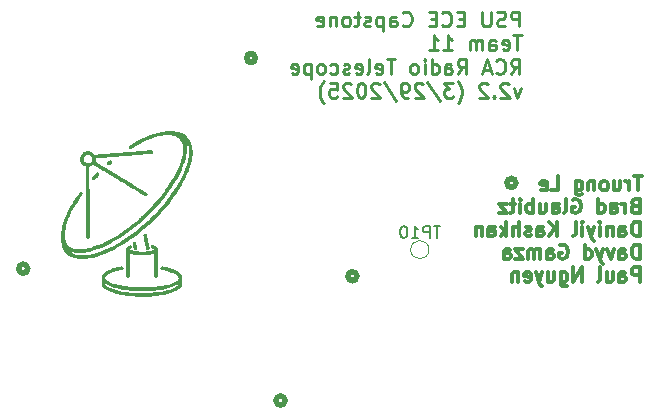
<source format=gbo>
G04 #@! TF.GenerationSoftware,KiCad,Pcbnew,8.0.6*
G04 #@! TF.CreationDate,2025-03-29T16:44:26-07:00*
G04 #@! TF.ProjectId,RCA Radio Telescope,52434120-5261-4646-996f-2054656c6573,2.2*
G04 #@! TF.SameCoordinates,Original*
G04 #@! TF.FileFunction,Legend,Bot*
G04 #@! TF.FilePolarity,Positive*
%FSLAX46Y46*%
G04 Gerber Fmt 4.6, Leading zero omitted, Abs format (unit mm)*
G04 Created by KiCad (PCBNEW 8.0.6) date 2025-03-29 16:44:26*
%MOMM*%
%LPD*%
G01*
G04 APERTURE LIST*
%ADD10C,0.250000*%
%ADD11C,0.300000*%
%ADD12C,0.150000*%
%ADD13C,0.508000*%
%ADD14C,0.000000*%
%ADD15C,0.120000*%
%ADD16C,1.422400*%
%ADD17C,2.800000*%
%ADD18C,1.360000*%
%ADD19C,1.803400*%
%ADD20C,0.600000*%
%ADD21C,1.000000*%
G04 APERTURE END LIST*
D10*
X61537907Y-16796733D02*
X61537907Y-15546733D01*
X61537907Y-15546733D02*
X61061717Y-15546733D01*
X61061717Y-15546733D02*
X60942669Y-15606257D01*
X60942669Y-15606257D02*
X60883146Y-15665781D01*
X60883146Y-15665781D02*
X60823622Y-15784829D01*
X60823622Y-15784829D02*
X60823622Y-15963400D01*
X60823622Y-15963400D02*
X60883146Y-16082448D01*
X60883146Y-16082448D02*
X60942669Y-16141971D01*
X60942669Y-16141971D02*
X61061717Y-16201495D01*
X61061717Y-16201495D02*
X61537907Y-16201495D01*
X60347431Y-16737210D02*
X60168860Y-16796733D01*
X60168860Y-16796733D02*
X59871241Y-16796733D01*
X59871241Y-16796733D02*
X59752193Y-16737210D01*
X59752193Y-16737210D02*
X59692669Y-16677686D01*
X59692669Y-16677686D02*
X59633146Y-16558638D01*
X59633146Y-16558638D02*
X59633146Y-16439590D01*
X59633146Y-16439590D02*
X59692669Y-16320543D01*
X59692669Y-16320543D02*
X59752193Y-16261019D01*
X59752193Y-16261019D02*
X59871241Y-16201495D01*
X59871241Y-16201495D02*
X60109336Y-16141971D01*
X60109336Y-16141971D02*
X60228384Y-16082448D01*
X60228384Y-16082448D02*
X60287907Y-16022924D01*
X60287907Y-16022924D02*
X60347431Y-15903876D01*
X60347431Y-15903876D02*
X60347431Y-15784829D01*
X60347431Y-15784829D02*
X60287907Y-15665781D01*
X60287907Y-15665781D02*
X60228384Y-15606257D01*
X60228384Y-15606257D02*
X60109336Y-15546733D01*
X60109336Y-15546733D02*
X59811717Y-15546733D01*
X59811717Y-15546733D02*
X59633146Y-15606257D01*
X59097431Y-15546733D02*
X59097431Y-16558638D01*
X59097431Y-16558638D02*
X59037908Y-16677686D01*
X59037908Y-16677686D02*
X58978384Y-16737210D01*
X58978384Y-16737210D02*
X58859336Y-16796733D01*
X58859336Y-16796733D02*
X58621241Y-16796733D01*
X58621241Y-16796733D02*
X58502193Y-16737210D01*
X58502193Y-16737210D02*
X58442670Y-16677686D01*
X58442670Y-16677686D02*
X58383146Y-16558638D01*
X58383146Y-16558638D02*
X58383146Y-15546733D01*
X56835526Y-16141971D02*
X56418860Y-16141971D01*
X56240288Y-16796733D02*
X56835526Y-16796733D01*
X56835526Y-16796733D02*
X56835526Y-15546733D01*
X56835526Y-15546733D02*
X56240288Y-15546733D01*
X54990289Y-16677686D02*
X55049813Y-16737210D01*
X55049813Y-16737210D02*
X55228384Y-16796733D01*
X55228384Y-16796733D02*
X55347432Y-16796733D01*
X55347432Y-16796733D02*
X55526003Y-16737210D01*
X55526003Y-16737210D02*
X55645051Y-16618162D01*
X55645051Y-16618162D02*
X55704574Y-16499114D01*
X55704574Y-16499114D02*
X55764098Y-16261019D01*
X55764098Y-16261019D02*
X55764098Y-16082448D01*
X55764098Y-16082448D02*
X55704574Y-15844352D01*
X55704574Y-15844352D02*
X55645051Y-15725305D01*
X55645051Y-15725305D02*
X55526003Y-15606257D01*
X55526003Y-15606257D02*
X55347432Y-15546733D01*
X55347432Y-15546733D02*
X55228384Y-15546733D01*
X55228384Y-15546733D02*
X55049813Y-15606257D01*
X55049813Y-15606257D02*
X54990289Y-15665781D01*
X54454574Y-16141971D02*
X54037908Y-16141971D01*
X53859336Y-16796733D02*
X54454574Y-16796733D01*
X54454574Y-16796733D02*
X54454574Y-15546733D01*
X54454574Y-15546733D02*
X53859336Y-15546733D01*
X51656956Y-16677686D02*
X51716480Y-16737210D01*
X51716480Y-16737210D02*
X51895051Y-16796733D01*
X51895051Y-16796733D02*
X52014099Y-16796733D01*
X52014099Y-16796733D02*
X52192670Y-16737210D01*
X52192670Y-16737210D02*
X52311718Y-16618162D01*
X52311718Y-16618162D02*
X52371241Y-16499114D01*
X52371241Y-16499114D02*
X52430765Y-16261019D01*
X52430765Y-16261019D02*
X52430765Y-16082448D01*
X52430765Y-16082448D02*
X52371241Y-15844352D01*
X52371241Y-15844352D02*
X52311718Y-15725305D01*
X52311718Y-15725305D02*
X52192670Y-15606257D01*
X52192670Y-15606257D02*
X52014099Y-15546733D01*
X52014099Y-15546733D02*
X51895051Y-15546733D01*
X51895051Y-15546733D02*
X51716480Y-15606257D01*
X51716480Y-15606257D02*
X51656956Y-15665781D01*
X50585527Y-16796733D02*
X50585527Y-16141971D01*
X50585527Y-16141971D02*
X50645051Y-16022924D01*
X50645051Y-16022924D02*
X50764099Y-15963400D01*
X50764099Y-15963400D02*
X51002194Y-15963400D01*
X51002194Y-15963400D02*
X51121241Y-16022924D01*
X50585527Y-16737210D02*
X50704575Y-16796733D01*
X50704575Y-16796733D02*
X51002194Y-16796733D01*
X51002194Y-16796733D02*
X51121241Y-16737210D01*
X51121241Y-16737210D02*
X51180765Y-16618162D01*
X51180765Y-16618162D02*
X51180765Y-16499114D01*
X51180765Y-16499114D02*
X51121241Y-16380067D01*
X51121241Y-16380067D02*
X51002194Y-16320543D01*
X51002194Y-16320543D02*
X50704575Y-16320543D01*
X50704575Y-16320543D02*
X50585527Y-16261019D01*
X49990289Y-15963400D02*
X49990289Y-17213400D01*
X49990289Y-16022924D02*
X49871242Y-15963400D01*
X49871242Y-15963400D02*
X49633147Y-15963400D01*
X49633147Y-15963400D02*
X49514099Y-16022924D01*
X49514099Y-16022924D02*
X49454575Y-16082448D01*
X49454575Y-16082448D02*
X49395051Y-16201495D01*
X49395051Y-16201495D02*
X49395051Y-16558638D01*
X49395051Y-16558638D02*
X49454575Y-16677686D01*
X49454575Y-16677686D02*
X49514099Y-16737210D01*
X49514099Y-16737210D02*
X49633147Y-16796733D01*
X49633147Y-16796733D02*
X49871242Y-16796733D01*
X49871242Y-16796733D02*
X49990289Y-16737210D01*
X48918861Y-16737210D02*
X48799814Y-16796733D01*
X48799814Y-16796733D02*
X48561718Y-16796733D01*
X48561718Y-16796733D02*
X48442671Y-16737210D01*
X48442671Y-16737210D02*
X48383147Y-16618162D01*
X48383147Y-16618162D02*
X48383147Y-16558638D01*
X48383147Y-16558638D02*
X48442671Y-16439590D01*
X48442671Y-16439590D02*
X48561718Y-16380067D01*
X48561718Y-16380067D02*
X48740290Y-16380067D01*
X48740290Y-16380067D02*
X48859337Y-16320543D01*
X48859337Y-16320543D02*
X48918861Y-16201495D01*
X48918861Y-16201495D02*
X48918861Y-16141971D01*
X48918861Y-16141971D02*
X48859337Y-16022924D01*
X48859337Y-16022924D02*
X48740290Y-15963400D01*
X48740290Y-15963400D02*
X48561718Y-15963400D01*
X48561718Y-15963400D02*
X48442671Y-16022924D01*
X48026004Y-15963400D02*
X47549813Y-15963400D01*
X47847432Y-15546733D02*
X47847432Y-16618162D01*
X47847432Y-16618162D02*
X47787909Y-16737210D01*
X47787909Y-16737210D02*
X47668861Y-16796733D01*
X47668861Y-16796733D02*
X47549813Y-16796733D01*
X46954575Y-16796733D02*
X47073623Y-16737210D01*
X47073623Y-16737210D02*
X47133146Y-16677686D01*
X47133146Y-16677686D02*
X47192670Y-16558638D01*
X47192670Y-16558638D02*
X47192670Y-16201495D01*
X47192670Y-16201495D02*
X47133146Y-16082448D01*
X47133146Y-16082448D02*
X47073623Y-16022924D01*
X47073623Y-16022924D02*
X46954575Y-15963400D01*
X46954575Y-15963400D02*
X46776004Y-15963400D01*
X46776004Y-15963400D02*
X46656956Y-16022924D01*
X46656956Y-16022924D02*
X46597432Y-16082448D01*
X46597432Y-16082448D02*
X46537908Y-16201495D01*
X46537908Y-16201495D02*
X46537908Y-16558638D01*
X46537908Y-16558638D02*
X46597432Y-16677686D01*
X46597432Y-16677686D02*
X46656956Y-16737210D01*
X46656956Y-16737210D02*
X46776004Y-16796733D01*
X46776004Y-16796733D02*
X46954575Y-16796733D01*
X46002194Y-15963400D02*
X46002194Y-16796733D01*
X46002194Y-16082448D02*
X45942671Y-16022924D01*
X45942671Y-16022924D02*
X45823623Y-15963400D01*
X45823623Y-15963400D02*
X45645052Y-15963400D01*
X45645052Y-15963400D02*
X45526004Y-16022924D01*
X45526004Y-16022924D02*
X45466480Y-16141971D01*
X45466480Y-16141971D02*
X45466480Y-16796733D01*
X44395052Y-16737210D02*
X44514100Y-16796733D01*
X44514100Y-16796733D02*
X44752195Y-16796733D01*
X44752195Y-16796733D02*
X44871242Y-16737210D01*
X44871242Y-16737210D02*
X44930766Y-16618162D01*
X44930766Y-16618162D02*
X44930766Y-16141971D01*
X44930766Y-16141971D02*
X44871242Y-16022924D01*
X44871242Y-16022924D02*
X44752195Y-15963400D01*
X44752195Y-15963400D02*
X44514100Y-15963400D01*
X44514100Y-15963400D02*
X44395052Y-16022924D01*
X44395052Y-16022924D02*
X44335528Y-16141971D01*
X44335528Y-16141971D02*
X44335528Y-16261019D01*
X44335528Y-16261019D02*
X44930766Y-16380067D01*
X61716479Y-17559163D02*
X61002193Y-17559163D01*
X61359336Y-18809163D02*
X61359336Y-17559163D01*
X60109336Y-18749640D02*
X60228384Y-18809163D01*
X60228384Y-18809163D02*
X60466479Y-18809163D01*
X60466479Y-18809163D02*
X60585526Y-18749640D01*
X60585526Y-18749640D02*
X60645050Y-18630592D01*
X60645050Y-18630592D02*
X60645050Y-18154401D01*
X60645050Y-18154401D02*
X60585526Y-18035354D01*
X60585526Y-18035354D02*
X60466479Y-17975830D01*
X60466479Y-17975830D02*
X60228384Y-17975830D01*
X60228384Y-17975830D02*
X60109336Y-18035354D01*
X60109336Y-18035354D02*
X60049812Y-18154401D01*
X60049812Y-18154401D02*
X60049812Y-18273449D01*
X60049812Y-18273449D02*
X60645050Y-18392497D01*
X58978383Y-18809163D02*
X58978383Y-18154401D01*
X58978383Y-18154401D02*
X59037907Y-18035354D01*
X59037907Y-18035354D02*
X59156955Y-17975830D01*
X59156955Y-17975830D02*
X59395050Y-17975830D01*
X59395050Y-17975830D02*
X59514097Y-18035354D01*
X58978383Y-18749640D02*
X59097431Y-18809163D01*
X59097431Y-18809163D02*
X59395050Y-18809163D01*
X59395050Y-18809163D02*
X59514097Y-18749640D01*
X59514097Y-18749640D02*
X59573621Y-18630592D01*
X59573621Y-18630592D02*
X59573621Y-18511544D01*
X59573621Y-18511544D02*
X59514097Y-18392497D01*
X59514097Y-18392497D02*
X59395050Y-18332973D01*
X59395050Y-18332973D02*
X59097431Y-18332973D01*
X59097431Y-18332973D02*
X58978383Y-18273449D01*
X58383145Y-18809163D02*
X58383145Y-17975830D01*
X58383145Y-18094878D02*
X58323622Y-18035354D01*
X58323622Y-18035354D02*
X58204574Y-17975830D01*
X58204574Y-17975830D02*
X58026003Y-17975830D01*
X58026003Y-17975830D02*
X57906955Y-18035354D01*
X57906955Y-18035354D02*
X57847431Y-18154401D01*
X57847431Y-18154401D02*
X57847431Y-18809163D01*
X57847431Y-18154401D02*
X57787907Y-18035354D01*
X57787907Y-18035354D02*
X57668860Y-17975830D01*
X57668860Y-17975830D02*
X57490288Y-17975830D01*
X57490288Y-17975830D02*
X57371241Y-18035354D01*
X57371241Y-18035354D02*
X57311717Y-18154401D01*
X57311717Y-18154401D02*
X57311717Y-18809163D01*
X55109336Y-18809163D02*
X55823621Y-18809163D01*
X55466478Y-18809163D02*
X55466478Y-17559163D01*
X55466478Y-17559163D02*
X55585526Y-17737735D01*
X55585526Y-17737735D02*
X55704574Y-17856782D01*
X55704574Y-17856782D02*
X55823621Y-17916306D01*
X53918860Y-18809163D02*
X54633145Y-18809163D01*
X54276002Y-18809163D02*
X54276002Y-17559163D01*
X54276002Y-17559163D02*
X54395050Y-17737735D01*
X54395050Y-17737735D02*
X54514098Y-17856782D01*
X54514098Y-17856782D02*
X54633145Y-17916306D01*
X60823622Y-20821593D02*
X61240288Y-20226355D01*
X61537907Y-20821593D02*
X61537907Y-19571593D01*
X61537907Y-19571593D02*
X61061717Y-19571593D01*
X61061717Y-19571593D02*
X60942669Y-19631117D01*
X60942669Y-19631117D02*
X60883146Y-19690641D01*
X60883146Y-19690641D02*
X60823622Y-19809689D01*
X60823622Y-19809689D02*
X60823622Y-19988260D01*
X60823622Y-19988260D02*
X60883146Y-20107308D01*
X60883146Y-20107308D02*
X60942669Y-20166831D01*
X60942669Y-20166831D02*
X61061717Y-20226355D01*
X61061717Y-20226355D02*
X61537907Y-20226355D01*
X59573622Y-20702546D02*
X59633146Y-20762070D01*
X59633146Y-20762070D02*
X59811717Y-20821593D01*
X59811717Y-20821593D02*
X59930765Y-20821593D01*
X59930765Y-20821593D02*
X60109336Y-20762070D01*
X60109336Y-20762070D02*
X60228384Y-20643022D01*
X60228384Y-20643022D02*
X60287907Y-20523974D01*
X60287907Y-20523974D02*
X60347431Y-20285879D01*
X60347431Y-20285879D02*
X60347431Y-20107308D01*
X60347431Y-20107308D02*
X60287907Y-19869212D01*
X60287907Y-19869212D02*
X60228384Y-19750165D01*
X60228384Y-19750165D02*
X60109336Y-19631117D01*
X60109336Y-19631117D02*
X59930765Y-19571593D01*
X59930765Y-19571593D02*
X59811717Y-19571593D01*
X59811717Y-19571593D02*
X59633146Y-19631117D01*
X59633146Y-19631117D02*
X59573622Y-19690641D01*
X59097431Y-20464450D02*
X58502193Y-20464450D01*
X59216479Y-20821593D02*
X58799812Y-19571593D01*
X58799812Y-19571593D02*
X58383146Y-20821593D01*
X56299812Y-20821593D02*
X56716478Y-20226355D01*
X57014097Y-20821593D02*
X57014097Y-19571593D01*
X57014097Y-19571593D02*
X56537907Y-19571593D01*
X56537907Y-19571593D02*
X56418859Y-19631117D01*
X56418859Y-19631117D02*
X56359336Y-19690641D01*
X56359336Y-19690641D02*
X56299812Y-19809689D01*
X56299812Y-19809689D02*
X56299812Y-19988260D01*
X56299812Y-19988260D02*
X56359336Y-20107308D01*
X56359336Y-20107308D02*
X56418859Y-20166831D01*
X56418859Y-20166831D02*
X56537907Y-20226355D01*
X56537907Y-20226355D02*
X57014097Y-20226355D01*
X55228383Y-20821593D02*
X55228383Y-20166831D01*
X55228383Y-20166831D02*
X55287907Y-20047784D01*
X55287907Y-20047784D02*
X55406955Y-19988260D01*
X55406955Y-19988260D02*
X55645050Y-19988260D01*
X55645050Y-19988260D02*
X55764097Y-20047784D01*
X55228383Y-20762070D02*
X55347431Y-20821593D01*
X55347431Y-20821593D02*
X55645050Y-20821593D01*
X55645050Y-20821593D02*
X55764097Y-20762070D01*
X55764097Y-20762070D02*
X55823621Y-20643022D01*
X55823621Y-20643022D02*
X55823621Y-20523974D01*
X55823621Y-20523974D02*
X55764097Y-20404927D01*
X55764097Y-20404927D02*
X55645050Y-20345403D01*
X55645050Y-20345403D02*
X55347431Y-20345403D01*
X55347431Y-20345403D02*
X55228383Y-20285879D01*
X54097431Y-20821593D02*
X54097431Y-19571593D01*
X54097431Y-20762070D02*
X54216479Y-20821593D01*
X54216479Y-20821593D02*
X54454574Y-20821593D01*
X54454574Y-20821593D02*
X54573622Y-20762070D01*
X54573622Y-20762070D02*
X54633145Y-20702546D01*
X54633145Y-20702546D02*
X54692669Y-20583498D01*
X54692669Y-20583498D02*
X54692669Y-20226355D01*
X54692669Y-20226355D02*
X54633145Y-20107308D01*
X54633145Y-20107308D02*
X54573622Y-20047784D01*
X54573622Y-20047784D02*
X54454574Y-19988260D01*
X54454574Y-19988260D02*
X54216479Y-19988260D01*
X54216479Y-19988260D02*
X54097431Y-20047784D01*
X53502193Y-20821593D02*
X53502193Y-19988260D01*
X53502193Y-19571593D02*
X53561717Y-19631117D01*
X53561717Y-19631117D02*
X53502193Y-19690641D01*
X53502193Y-19690641D02*
X53442670Y-19631117D01*
X53442670Y-19631117D02*
X53502193Y-19571593D01*
X53502193Y-19571593D02*
X53502193Y-19690641D01*
X52728384Y-20821593D02*
X52847432Y-20762070D01*
X52847432Y-20762070D02*
X52906955Y-20702546D01*
X52906955Y-20702546D02*
X52966479Y-20583498D01*
X52966479Y-20583498D02*
X52966479Y-20226355D01*
X52966479Y-20226355D02*
X52906955Y-20107308D01*
X52906955Y-20107308D02*
X52847432Y-20047784D01*
X52847432Y-20047784D02*
X52728384Y-19988260D01*
X52728384Y-19988260D02*
X52549813Y-19988260D01*
X52549813Y-19988260D02*
X52430765Y-20047784D01*
X52430765Y-20047784D02*
X52371241Y-20107308D01*
X52371241Y-20107308D02*
X52311717Y-20226355D01*
X52311717Y-20226355D02*
X52311717Y-20583498D01*
X52311717Y-20583498D02*
X52371241Y-20702546D01*
X52371241Y-20702546D02*
X52430765Y-20762070D01*
X52430765Y-20762070D02*
X52549813Y-20821593D01*
X52549813Y-20821593D02*
X52728384Y-20821593D01*
X51002194Y-19571593D02*
X50287908Y-19571593D01*
X50645051Y-20821593D02*
X50645051Y-19571593D01*
X49395051Y-20762070D02*
X49514099Y-20821593D01*
X49514099Y-20821593D02*
X49752194Y-20821593D01*
X49752194Y-20821593D02*
X49871241Y-20762070D01*
X49871241Y-20762070D02*
X49930765Y-20643022D01*
X49930765Y-20643022D02*
X49930765Y-20166831D01*
X49930765Y-20166831D02*
X49871241Y-20047784D01*
X49871241Y-20047784D02*
X49752194Y-19988260D01*
X49752194Y-19988260D02*
X49514099Y-19988260D01*
X49514099Y-19988260D02*
X49395051Y-20047784D01*
X49395051Y-20047784D02*
X49335527Y-20166831D01*
X49335527Y-20166831D02*
X49335527Y-20285879D01*
X49335527Y-20285879D02*
X49930765Y-20404927D01*
X48621241Y-20821593D02*
X48740289Y-20762070D01*
X48740289Y-20762070D02*
X48799812Y-20643022D01*
X48799812Y-20643022D02*
X48799812Y-19571593D01*
X47668860Y-20762070D02*
X47787908Y-20821593D01*
X47787908Y-20821593D02*
X48026003Y-20821593D01*
X48026003Y-20821593D02*
X48145050Y-20762070D01*
X48145050Y-20762070D02*
X48204574Y-20643022D01*
X48204574Y-20643022D02*
X48204574Y-20166831D01*
X48204574Y-20166831D02*
X48145050Y-20047784D01*
X48145050Y-20047784D02*
X48026003Y-19988260D01*
X48026003Y-19988260D02*
X47787908Y-19988260D01*
X47787908Y-19988260D02*
X47668860Y-20047784D01*
X47668860Y-20047784D02*
X47609336Y-20166831D01*
X47609336Y-20166831D02*
X47609336Y-20285879D01*
X47609336Y-20285879D02*
X48204574Y-20404927D01*
X47133145Y-20762070D02*
X47014098Y-20821593D01*
X47014098Y-20821593D02*
X46776002Y-20821593D01*
X46776002Y-20821593D02*
X46656955Y-20762070D01*
X46656955Y-20762070D02*
X46597431Y-20643022D01*
X46597431Y-20643022D02*
X46597431Y-20583498D01*
X46597431Y-20583498D02*
X46656955Y-20464450D01*
X46656955Y-20464450D02*
X46776002Y-20404927D01*
X46776002Y-20404927D02*
X46954574Y-20404927D01*
X46954574Y-20404927D02*
X47073621Y-20345403D01*
X47073621Y-20345403D02*
X47133145Y-20226355D01*
X47133145Y-20226355D02*
X47133145Y-20166831D01*
X47133145Y-20166831D02*
X47073621Y-20047784D01*
X47073621Y-20047784D02*
X46954574Y-19988260D01*
X46954574Y-19988260D02*
X46776002Y-19988260D01*
X46776002Y-19988260D02*
X46656955Y-20047784D01*
X45526002Y-20762070D02*
X45645050Y-20821593D01*
X45645050Y-20821593D02*
X45883145Y-20821593D01*
X45883145Y-20821593D02*
X46002193Y-20762070D01*
X46002193Y-20762070D02*
X46061716Y-20702546D01*
X46061716Y-20702546D02*
X46121240Y-20583498D01*
X46121240Y-20583498D02*
X46121240Y-20226355D01*
X46121240Y-20226355D02*
X46061716Y-20107308D01*
X46061716Y-20107308D02*
X46002193Y-20047784D01*
X46002193Y-20047784D02*
X45883145Y-19988260D01*
X45883145Y-19988260D02*
X45645050Y-19988260D01*
X45645050Y-19988260D02*
X45526002Y-20047784D01*
X44811716Y-20821593D02*
X44930764Y-20762070D01*
X44930764Y-20762070D02*
X44990287Y-20702546D01*
X44990287Y-20702546D02*
X45049811Y-20583498D01*
X45049811Y-20583498D02*
X45049811Y-20226355D01*
X45049811Y-20226355D02*
X44990287Y-20107308D01*
X44990287Y-20107308D02*
X44930764Y-20047784D01*
X44930764Y-20047784D02*
X44811716Y-19988260D01*
X44811716Y-19988260D02*
X44633145Y-19988260D01*
X44633145Y-19988260D02*
X44514097Y-20047784D01*
X44514097Y-20047784D02*
X44454573Y-20107308D01*
X44454573Y-20107308D02*
X44395049Y-20226355D01*
X44395049Y-20226355D02*
X44395049Y-20583498D01*
X44395049Y-20583498D02*
X44454573Y-20702546D01*
X44454573Y-20702546D02*
X44514097Y-20762070D01*
X44514097Y-20762070D02*
X44633145Y-20821593D01*
X44633145Y-20821593D02*
X44811716Y-20821593D01*
X43859335Y-19988260D02*
X43859335Y-21238260D01*
X43859335Y-20047784D02*
X43740288Y-19988260D01*
X43740288Y-19988260D02*
X43502193Y-19988260D01*
X43502193Y-19988260D02*
X43383145Y-20047784D01*
X43383145Y-20047784D02*
X43323621Y-20107308D01*
X43323621Y-20107308D02*
X43264097Y-20226355D01*
X43264097Y-20226355D02*
X43264097Y-20583498D01*
X43264097Y-20583498D02*
X43323621Y-20702546D01*
X43323621Y-20702546D02*
X43383145Y-20762070D01*
X43383145Y-20762070D02*
X43502193Y-20821593D01*
X43502193Y-20821593D02*
X43740288Y-20821593D01*
X43740288Y-20821593D02*
X43859335Y-20762070D01*
X42252193Y-20762070D02*
X42371241Y-20821593D01*
X42371241Y-20821593D02*
X42609336Y-20821593D01*
X42609336Y-20821593D02*
X42728383Y-20762070D01*
X42728383Y-20762070D02*
X42787907Y-20643022D01*
X42787907Y-20643022D02*
X42787907Y-20166831D01*
X42787907Y-20166831D02*
X42728383Y-20047784D01*
X42728383Y-20047784D02*
X42609336Y-19988260D01*
X42609336Y-19988260D02*
X42371241Y-19988260D01*
X42371241Y-19988260D02*
X42252193Y-20047784D01*
X42252193Y-20047784D02*
X42192669Y-20166831D01*
X42192669Y-20166831D02*
X42192669Y-20285879D01*
X42192669Y-20285879D02*
X42787907Y-20404927D01*
X61656955Y-22000690D02*
X61359336Y-22834023D01*
X61359336Y-22834023D02*
X61061717Y-22000690D01*
X60645050Y-21703071D02*
X60585526Y-21643547D01*
X60585526Y-21643547D02*
X60466479Y-21584023D01*
X60466479Y-21584023D02*
X60168860Y-21584023D01*
X60168860Y-21584023D02*
X60049812Y-21643547D01*
X60049812Y-21643547D02*
X59990288Y-21703071D01*
X59990288Y-21703071D02*
X59930765Y-21822119D01*
X59930765Y-21822119D02*
X59930765Y-21941166D01*
X59930765Y-21941166D02*
X59990288Y-22119738D01*
X59990288Y-22119738D02*
X60704574Y-22834023D01*
X60704574Y-22834023D02*
X59930765Y-22834023D01*
X59395050Y-22714976D02*
X59335527Y-22774500D01*
X59335527Y-22774500D02*
X59395050Y-22834023D01*
X59395050Y-22834023D02*
X59454574Y-22774500D01*
X59454574Y-22774500D02*
X59395050Y-22714976D01*
X59395050Y-22714976D02*
X59395050Y-22834023D01*
X58859336Y-21703071D02*
X58799812Y-21643547D01*
X58799812Y-21643547D02*
X58680765Y-21584023D01*
X58680765Y-21584023D02*
X58383146Y-21584023D01*
X58383146Y-21584023D02*
X58264098Y-21643547D01*
X58264098Y-21643547D02*
X58204574Y-21703071D01*
X58204574Y-21703071D02*
X58145051Y-21822119D01*
X58145051Y-21822119D02*
X58145051Y-21941166D01*
X58145051Y-21941166D02*
X58204574Y-22119738D01*
X58204574Y-22119738D02*
X58918860Y-22834023D01*
X58918860Y-22834023D02*
X58145051Y-22834023D01*
X56299813Y-23310214D02*
X56359336Y-23250690D01*
X56359336Y-23250690D02*
X56478384Y-23072119D01*
X56478384Y-23072119D02*
X56537908Y-22953071D01*
X56537908Y-22953071D02*
X56597432Y-22774500D01*
X56597432Y-22774500D02*
X56656955Y-22476880D01*
X56656955Y-22476880D02*
X56656955Y-22238785D01*
X56656955Y-22238785D02*
X56597432Y-21941166D01*
X56597432Y-21941166D02*
X56537908Y-21762595D01*
X56537908Y-21762595D02*
X56478384Y-21643547D01*
X56478384Y-21643547D02*
X56359336Y-21464976D01*
X56359336Y-21464976D02*
X56299813Y-21405452D01*
X55942670Y-21584023D02*
X55168861Y-21584023D01*
X55168861Y-21584023D02*
X55585527Y-22060214D01*
X55585527Y-22060214D02*
X55406956Y-22060214D01*
X55406956Y-22060214D02*
X55287908Y-22119738D01*
X55287908Y-22119738D02*
X55228384Y-22179261D01*
X55228384Y-22179261D02*
X55168861Y-22298309D01*
X55168861Y-22298309D02*
X55168861Y-22595928D01*
X55168861Y-22595928D02*
X55228384Y-22714976D01*
X55228384Y-22714976D02*
X55287908Y-22774500D01*
X55287908Y-22774500D02*
X55406956Y-22834023D01*
X55406956Y-22834023D02*
X55764099Y-22834023D01*
X55764099Y-22834023D02*
X55883146Y-22774500D01*
X55883146Y-22774500D02*
X55942670Y-22714976D01*
X53740289Y-21524500D02*
X54811718Y-23131642D01*
X53383146Y-21703071D02*
X53323622Y-21643547D01*
X53323622Y-21643547D02*
X53204575Y-21584023D01*
X53204575Y-21584023D02*
X52906956Y-21584023D01*
X52906956Y-21584023D02*
X52787908Y-21643547D01*
X52787908Y-21643547D02*
X52728384Y-21703071D01*
X52728384Y-21703071D02*
X52668861Y-21822119D01*
X52668861Y-21822119D02*
X52668861Y-21941166D01*
X52668861Y-21941166D02*
X52728384Y-22119738D01*
X52728384Y-22119738D02*
X53442670Y-22834023D01*
X53442670Y-22834023D02*
X52668861Y-22834023D01*
X52073623Y-22834023D02*
X51835527Y-22834023D01*
X51835527Y-22834023D02*
X51716480Y-22774500D01*
X51716480Y-22774500D02*
X51656956Y-22714976D01*
X51656956Y-22714976D02*
X51537908Y-22536404D01*
X51537908Y-22536404D02*
X51478385Y-22298309D01*
X51478385Y-22298309D02*
X51478385Y-21822119D01*
X51478385Y-21822119D02*
X51537908Y-21703071D01*
X51537908Y-21703071D02*
X51597432Y-21643547D01*
X51597432Y-21643547D02*
X51716480Y-21584023D01*
X51716480Y-21584023D02*
X51954575Y-21584023D01*
X51954575Y-21584023D02*
X52073623Y-21643547D01*
X52073623Y-21643547D02*
X52133146Y-21703071D01*
X52133146Y-21703071D02*
X52192670Y-21822119D01*
X52192670Y-21822119D02*
X52192670Y-22119738D01*
X52192670Y-22119738D02*
X52133146Y-22238785D01*
X52133146Y-22238785D02*
X52073623Y-22298309D01*
X52073623Y-22298309D02*
X51954575Y-22357833D01*
X51954575Y-22357833D02*
X51716480Y-22357833D01*
X51716480Y-22357833D02*
X51597432Y-22298309D01*
X51597432Y-22298309D02*
X51537908Y-22238785D01*
X51537908Y-22238785D02*
X51478385Y-22119738D01*
X50049813Y-21524500D02*
X51121242Y-23131642D01*
X49692670Y-21703071D02*
X49633146Y-21643547D01*
X49633146Y-21643547D02*
X49514099Y-21584023D01*
X49514099Y-21584023D02*
X49216480Y-21584023D01*
X49216480Y-21584023D02*
X49097432Y-21643547D01*
X49097432Y-21643547D02*
X49037908Y-21703071D01*
X49037908Y-21703071D02*
X48978385Y-21822119D01*
X48978385Y-21822119D02*
X48978385Y-21941166D01*
X48978385Y-21941166D02*
X49037908Y-22119738D01*
X49037908Y-22119738D02*
X49752194Y-22834023D01*
X49752194Y-22834023D02*
X48978385Y-22834023D01*
X48204575Y-21584023D02*
X48085528Y-21584023D01*
X48085528Y-21584023D02*
X47966480Y-21643547D01*
X47966480Y-21643547D02*
X47906956Y-21703071D01*
X47906956Y-21703071D02*
X47847432Y-21822119D01*
X47847432Y-21822119D02*
X47787909Y-22060214D01*
X47787909Y-22060214D02*
X47787909Y-22357833D01*
X47787909Y-22357833D02*
X47847432Y-22595928D01*
X47847432Y-22595928D02*
X47906956Y-22714976D01*
X47906956Y-22714976D02*
X47966480Y-22774500D01*
X47966480Y-22774500D02*
X48085528Y-22834023D01*
X48085528Y-22834023D02*
X48204575Y-22834023D01*
X48204575Y-22834023D02*
X48323623Y-22774500D01*
X48323623Y-22774500D02*
X48383147Y-22714976D01*
X48383147Y-22714976D02*
X48442670Y-22595928D01*
X48442670Y-22595928D02*
X48502194Y-22357833D01*
X48502194Y-22357833D02*
X48502194Y-22060214D01*
X48502194Y-22060214D02*
X48442670Y-21822119D01*
X48442670Y-21822119D02*
X48383147Y-21703071D01*
X48383147Y-21703071D02*
X48323623Y-21643547D01*
X48323623Y-21643547D02*
X48204575Y-21584023D01*
X47311718Y-21703071D02*
X47252194Y-21643547D01*
X47252194Y-21643547D02*
X47133147Y-21584023D01*
X47133147Y-21584023D02*
X46835528Y-21584023D01*
X46835528Y-21584023D02*
X46716480Y-21643547D01*
X46716480Y-21643547D02*
X46656956Y-21703071D01*
X46656956Y-21703071D02*
X46597433Y-21822119D01*
X46597433Y-21822119D02*
X46597433Y-21941166D01*
X46597433Y-21941166D02*
X46656956Y-22119738D01*
X46656956Y-22119738D02*
X47371242Y-22834023D01*
X47371242Y-22834023D02*
X46597433Y-22834023D01*
X45466480Y-21584023D02*
X46061718Y-21584023D01*
X46061718Y-21584023D02*
X46121242Y-22179261D01*
X46121242Y-22179261D02*
X46061718Y-22119738D01*
X46061718Y-22119738D02*
X45942671Y-22060214D01*
X45942671Y-22060214D02*
X45645052Y-22060214D01*
X45645052Y-22060214D02*
X45526004Y-22119738D01*
X45526004Y-22119738D02*
X45466480Y-22179261D01*
X45466480Y-22179261D02*
X45406957Y-22298309D01*
X45406957Y-22298309D02*
X45406957Y-22595928D01*
X45406957Y-22595928D02*
X45466480Y-22714976D01*
X45466480Y-22714976D02*
X45526004Y-22774500D01*
X45526004Y-22774500D02*
X45645052Y-22834023D01*
X45645052Y-22834023D02*
X45942671Y-22834023D01*
X45942671Y-22834023D02*
X46061718Y-22774500D01*
X46061718Y-22774500D02*
X46121242Y-22714976D01*
X44990290Y-23310214D02*
X44930766Y-23250690D01*
X44930766Y-23250690D02*
X44811719Y-23072119D01*
X44811719Y-23072119D02*
X44752195Y-22953071D01*
X44752195Y-22953071D02*
X44692671Y-22774500D01*
X44692671Y-22774500D02*
X44633147Y-22476880D01*
X44633147Y-22476880D02*
X44633147Y-22238785D01*
X44633147Y-22238785D02*
X44692671Y-21941166D01*
X44692671Y-21941166D02*
X44752195Y-21762595D01*
X44752195Y-21762595D02*
X44811719Y-21643547D01*
X44811719Y-21643547D02*
X44930766Y-21464976D01*
X44930766Y-21464976D02*
X44990290Y-21405452D01*
D11*
X71888346Y-29477877D02*
X71202632Y-29477877D01*
X71545489Y-30677877D02*
X71545489Y-29477877D01*
X70802631Y-30677877D02*
X70802631Y-29877877D01*
X70802631Y-30106449D02*
X70745488Y-29992163D01*
X70745488Y-29992163D02*
X70688346Y-29935020D01*
X70688346Y-29935020D02*
X70574060Y-29877877D01*
X70574060Y-29877877D02*
X70459774Y-29877877D01*
X69545489Y-29877877D02*
X69545489Y-30677877D01*
X70059774Y-29877877D02*
X70059774Y-30506449D01*
X70059774Y-30506449D02*
X70002631Y-30620735D01*
X70002631Y-30620735D02*
X69888346Y-30677877D01*
X69888346Y-30677877D02*
X69716917Y-30677877D01*
X69716917Y-30677877D02*
X69602631Y-30620735D01*
X69602631Y-30620735D02*
X69545489Y-30563592D01*
X68802632Y-30677877D02*
X68916917Y-30620735D01*
X68916917Y-30620735D02*
X68974060Y-30563592D01*
X68974060Y-30563592D02*
X69031203Y-30449306D01*
X69031203Y-30449306D02*
X69031203Y-30106449D01*
X69031203Y-30106449D02*
X68974060Y-29992163D01*
X68974060Y-29992163D02*
X68916917Y-29935020D01*
X68916917Y-29935020D02*
X68802632Y-29877877D01*
X68802632Y-29877877D02*
X68631203Y-29877877D01*
X68631203Y-29877877D02*
X68516917Y-29935020D01*
X68516917Y-29935020D02*
X68459775Y-29992163D01*
X68459775Y-29992163D02*
X68402632Y-30106449D01*
X68402632Y-30106449D02*
X68402632Y-30449306D01*
X68402632Y-30449306D02*
X68459775Y-30563592D01*
X68459775Y-30563592D02*
X68516917Y-30620735D01*
X68516917Y-30620735D02*
X68631203Y-30677877D01*
X68631203Y-30677877D02*
X68802632Y-30677877D01*
X67888346Y-29877877D02*
X67888346Y-30677877D01*
X67888346Y-29992163D02*
X67831203Y-29935020D01*
X67831203Y-29935020D02*
X67716918Y-29877877D01*
X67716918Y-29877877D02*
X67545489Y-29877877D01*
X67545489Y-29877877D02*
X67431203Y-29935020D01*
X67431203Y-29935020D02*
X67374061Y-30049306D01*
X67374061Y-30049306D02*
X67374061Y-30677877D01*
X66288347Y-29877877D02*
X66288347Y-30849306D01*
X66288347Y-30849306D02*
X66345489Y-30963592D01*
X66345489Y-30963592D02*
X66402632Y-31020735D01*
X66402632Y-31020735D02*
X66516918Y-31077877D01*
X66516918Y-31077877D02*
X66688347Y-31077877D01*
X66688347Y-31077877D02*
X66802632Y-31020735D01*
X66288347Y-30620735D02*
X66402632Y-30677877D01*
X66402632Y-30677877D02*
X66631204Y-30677877D01*
X66631204Y-30677877D02*
X66745489Y-30620735D01*
X66745489Y-30620735D02*
X66802632Y-30563592D01*
X66802632Y-30563592D02*
X66859775Y-30449306D01*
X66859775Y-30449306D02*
X66859775Y-30106449D01*
X66859775Y-30106449D02*
X66802632Y-29992163D01*
X66802632Y-29992163D02*
X66745489Y-29935020D01*
X66745489Y-29935020D02*
X66631204Y-29877877D01*
X66631204Y-29877877D02*
X66402632Y-29877877D01*
X66402632Y-29877877D02*
X66288347Y-29935020D01*
X64231204Y-30677877D02*
X64802632Y-30677877D01*
X64802632Y-30677877D02*
X64802632Y-29477877D01*
X63374060Y-30620735D02*
X63488346Y-30677877D01*
X63488346Y-30677877D02*
X63716918Y-30677877D01*
X63716918Y-30677877D02*
X63831203Y-30620735D01*
X63831203Y-30620735D02*
X63888346Y-30506449D01*
X63888346Y-30506449D02*
X63888346Y-30049306D01*
X63888346Y-30049306D02*
X63831203Y-29935020D01*
X63831203Y-29935020D02*
X63716918Y-29877877D01*
X63716918Y-29877877D02*
X63488346Y-29877877D01*
X63488346Y-29877877D02*
X63374060Y-29935020D01*
X63374060Y-29935020D02*
X63316918Y-30049306D01*
X63316918Y-30049306D02*
X63316918Y-30163592D01*
X63316918Y-30163592D02*
X63888346Y-30277877D01*
X71316917Y-31981239D02*
X71145489Y-32038382D01*
X71145489Y-32038382D02*
X71088346Y-32095525D01*
X71088346Y-32095525D02*
X71031203Y-32209810D01*
X71031203Y-32209810D02*
X71031203Y-32381239D01*
X71031203Y-32381239D02*
X71088346Y-32495525D01*
X71088346Y-32495525D02*
X71145489Y-32552668D01*
X71145489Y-32552668D02*
X71259774Y-32609810D01*
X71259774Y-32609810D02*
X71716917Y-32609810D01*
X71716917Y-32609810D02*
X71716917Y-31409810D01*
X71716917Y-31409810D02*
X71316917Y-31409810D01*
X71316917Y-31409810D02*
X71202632Y-31466953D01*
X71202632Y-31466953D02*
X71145489Y-31524096D01*
X71145489Y-31524096D02*
X71088346Y-31638382D01*
X71088346Y-31638382D02*
X71088346Y-31752668D01*
X71088346Y-31752668D02*
X71145489Y-31866953D01*
X71145489Y-31866953D02*
X71202632Y-31924096D01*
X71202632Y-31924096D02*
X71316917Y-31981239D01*
X71316917Y-31981239D02*
X71716917Y-31981239D01*
X70516917Y-32609810D02*
X70516917Y-31809810D01*
X70516917Y-32038382D02*
X70459774Y-31924096D01*
X70459774Y-31924096D02*
X70402632Y-31866953D01*
X70402632Y-31866953D02*
X70288346Y-31809810D01*
X70288346Y-31809810D02*
X70174060Y-31809810D01*
X69259775Y-32609810D02*
X69259775Y-31981239D01*
X69259775Y-31981239D02*
X69316917Y-31866953D01*
X69316917Y-31866953D02*
X69431203Y-31809810D01*
X69431203Y-31809810D02*
X69659775Y-31809810D01*
X69659775Y-31809810D02*
X69774060Y-31866953D01*
X69259775Y-32552668D02*
X69374060Y-32609810D01*
X69374060Y-32609810D02*
X69659775Y-32609810D01*
X69659775Y-32609810D02*
X69774060Y-32552668D01*
X69774060Y-32552668D02*
X69831203Y-32438382D01*
X69831203Y-32438382D02*
X69831203Y-32324096D01*
X69831203Y-32324096D02*
X69774060Y-32209810D01*
X69774060Y-32209810D02*
X69659775Y-32152668D01*
X69659775Y-32152668D02*
X69374060Y-32152668D01*
X69374060Y-32152668D02*
X69259775Y-32095525D01*
X68174061Y-32609810D02*
X68174061Y-31409810D01*
X68174061Y-32552668D02*
X68288346Y-32609810D01*
X68288346Y-32609810D02*
X68516918Y-32609810D01*
X68516918Y-32609810D02*
X68631203Y-32552668D01*
X68631203Y-32552668D02*
X68688346Y-32495525D01*
X68688346Y-32495525D02*
X68745489Y-32381239D01*
X68745489Y-32381239D02*
X68745489Y-32038382D01*
X68745489Y-32038382D02*
X68688346Y-31924096D01*
X68688346Y-31924096D02*
X68631203Y-31866953D01*
X68631203Y-31866953D02*
X68516918Y-31809810D01*
X68516918Y-31809810D02*
X68288346Y-31809810D01*
X68288346Y-31809810D02*
X68174061Y-31866953D01*
X66059775Y-31466953D02*
X66174061Y-31409810D01*
X66174061Y-31409810D02*
X66345489Y-31409810D01*
X66345489Y-31409810D02*
X66516918Y-31466953D01*
X66516918Y-31466953D02*
X66631203Y-31581239D01*
X66631203Y-31581239D02*
X66688346Y-31695525D01*
X66688346Y-31695525D02*
X66745489Y-31924096D01*
X66745489Y-31924096D02*
X66745489Y-32095525D01*
X66745489Y-32095525D02*
X66688346Y-32324096D01*
X66688346Y-32324096D02*
X66631203Y-32438382D01*
X66631203Y-32438382D02*
X66516918Y-32552668D01*
X66516918Y-32552668D02*
X66345489Y-32609810D01*
X66345489Y-32609810D02*
X66231203Y-32609810D01*
X66231203Y-32609810D02*
X66059775Y-32552668D01*
X66059775Y-32552668D02*
X66002632Y-32495525D01*
X66002632Y-32495525D02*
X66002632Y-32095525D01*
X66002632Y-32095525D02*
X66231203Y-32095525D01*
X65316918Y-32609810D02*
X65431203Y-32552668D01*
X65431203Y-32552668D02*
X65488346Y-32438382D01*
X65488346Y-32438382D02*
X65488346Y-31409810D01*
X64345490Y-32609810D02*
X64345490Y-31981239D01*
X64345490Y-31981239D02*
X64402632Y-31866953D01*
X64402632Y-31866953D02*
X64516918Y-31809810D01*
X64516918Y-31809810D02*
X64745490Y-31809810D01*
X64745490Y-31809810D02*
X64859775Y-31866953D01*
X64345490Y-32552668D02*
X64459775Y-32609810D01*
X64459775Y-32609810D02*
X64745490Y-32609810D01*
X64745490Y-32609810D02*
X64859775Y-32552668D01*
X64859775Y-32552668D02*
X64916918Y-32438382D01*
X64916918Y-32438382D02*
X64916918Y-32324096D01*
X64916918Y-32324096D02*
X64859775Y-32209810D01*
X64859775Y-32209810D02*
X64745490Y-32152668D01*
X64745490Y-32152668D02*
X64459775Y-32152668D01*
X64459775Y-32152668D02*
X64345490Y-32095525D01*
X63259776Y-31809810D02*
X63259776Y-32609810D01*
X63774061Y-31809810D02*
X63774061Y-32438382D01*
X63774061Y-32438382D02*
X63716918Y-32552668D01*
X63716918Y-32552668D02*
X63602633Y-32609810D01*
X63602633Y-32609810D02*
X63431204Y-32609810D01*
X63431204Y-32609810D02*
X63316918Y-32552668D01*
X63316918Y-32552668D02*
X63259776Y-32495525D01*
X62688347Y-32609810D02*
X62688347Y-31409810D01*
X62688347Y-31866953D02*
X62574062Y-31809810D01*
X62574062Y-31809810D02*
X62345490Y-31809810D01*
X62345490Y-31809810D02*
X62231204Y-31866953D01*
X62231204Y-31866953D02*
X62174062Y-31924096D01*
X62174062Y-31924096D02*
X62116919Y-32038382D01*
X62116919Y-32038382D02*
X62116919Y-32381239D01*
X62116919Y-32381239D02*
X62174062Y-32495525D01*
X62174062Y-32495525D02*
X62231204Y-32552668D01*
X62231204Y-32552668D02*
X62345490Y-32609810D01*
X62345490Y-32609810D02*
X62574062Y-32609810D01*
X62574062Y-32609810D02*
X62688347Y-32552668D01*
X61602633Y-32609810D02*
X61602633Y-31809810D01*
X61602633Y-31409810D02*
X61659776Y-31466953D01*
X61659776Y-31466953D02*
X61602633Y-31524096D01*
X61602633Y-31524096D02*
X61545490Y-31466953D01*
X61545490Y-31466953D02*
X61602633Y-31409810D01*
X61602633Y-31409810D02*
X61602633Y-31524096D01*
X61202633Y-31809810D02*
X60745490Y-31809810D01*
X61031204Y-31409810D02*
X61031204Y-32438382D01*
X61031204Y-32438382D02*
X60974061Y-32552668D01*
X60974061Y-32552668D02*
X60859776Y-32609810D01*
X60859776Y-32609810D02*
X60745490Y-32609810D01*
X60459776Y-31809810D02*
X59831205Y-31809810D01*
X59831205Y-31809810D02*
X60459776Y-32609810D01*
X60459776Y-32609810D02*
X59831205Y-32609810D01*
X71716917Y-34541743D02*
X71716917Y-33341743D01*
X71716917Y-33341743D02*
X71431203Y-33341743D01*
X71431203Y-33341743D02*
X71259774Y-33398886D01*
X71259774Y-33398886D02*
X71145489Y-33513172D01*
X71145489Y-33513172D02*
X71088346Y-33627458D01*
X71088346Y-33627458D02*
X71031203Y-33856029D01*
X71031203Y-33856029D02*
X71031203Y-34027458D01*
X71031203Y-34027458D02*
X71088346Y-34256029D01*
X71088346Y-34256029D02*
X71145489Y-34370315D01*
X71145489Y-34370315D02*
X71259774Y-34484601D01*
X71259774Y-34484601D02*
X71431203Y-34541743D01*
X71431203Y-34541743D02*
X71716917Y-34541743D01*
X70002632Y-34541743D02*
X70002632Y-33913172D01*
X70002632Y-33913172D02*
X70059774Y-33798886D01*
X70059774Y-33798886D02*
X70174060Y-33741743D01*
X70174060Y-33741743D02*
X70402632Y-33741743D01*
X70402632Y-33741743D02*
X70516917Y-33798886D01*
X70002632Y-34484601D02*
X70116917Y-34541743D01*
X70116917Y-34541743D02*
X70402632Y-34541743D01*
X70402632Y-34541743D02*
X70516917Y-34484601D01*
X70516917Y-34484601D02*
X70574060Y-34370315D01*
X70574060Y-34370315D02*
X70574060Y-34256029D01*
X70574060Y-34256029D02*
X70516917Y-34141743D01*
X70516917Y-34141743D02*
X70402632Y-34084601D01*
X70402632Y-34084601D02*
X70116917Y-34084601D01*
X70116917Y-34084601D02*
X70002632Y-34027458D01*
X69431203Y-33741743D02*
X69431203Y-34541743D01*
X69431203Y-33856029D02*
X69374060Y-33798886D01*
X69374060Y-33798886D02*
X69259775Y-33741743D01*
X69259775Y-33741743D02*
X69088346Y-33741743D01*
X69088346Y-33741743D02*
X68974060Y-33798886D01*
X68974060Y-33798886D02*
X68916918Y-33913172D01*
X68916918Y-33913172D02*
X68916918Y-34541743D01*
X68345489Y-34541743D02*
X68345489Y-33741743D01*
X68345489Y-33341743D02*
X68402632Y-33398886D01*
X68402632Y-33398886D02*
X68345489Y-33456029D01*
X68345489Y-33456029D02*
X68288346Y-33398886D01*
X68288346Y-33398886D02*
X68345489Y-33341743D01*
X68345489Y-33341743D02*
X68345489Y-33456029D01*
X67888346Y-33741743D02*
X67602632Y-34541743D01*
X67316917Y-33741743D02*
X67602632Y-34541743D01*
X67602632Y-34541743D02*
X67716917Y-34827458D01*
X67716917Y-34827458D02*
X67774060Y-34884601D01*
X67774060Y-34884601D02*
X67888346Y-34941743D01*
X66859774Y-34541743D02*
X66859774Y-33741743D01*
X66859774Y-33341743D02*
X66916917Y-33398886D01*
X66916917Y-33398886D02*
X66859774Y-33456029D01*
X66859774Y-33456029D02*
X66802631Y-33398886D01*
X66802631Y-33398886D02*
X66859774Y-33341743D01*
X66859774Y-33341743D02*
X66859774Y-33456029D01*
X66116917Y-34541743D02*
X66231202Y-34484601D01*
X66231202Y-34484601D02*
X66288345Y-34370315D01*
X66288345Y-34370315D02*
X66288345Y-33341743D01*
X64745488Y-34541743D02*
X64745488Y-33341743D01*
X64059774Y-34541743D02*
X64574060Y-33856029D01*
X64059774Y-33341743D02*
X64745488Y-34027458D01*
X63031203Y-34541743D02*
X63031203Y-33913172D01*
X63031203Y-33913172D02*
X63088345Y-33798886D01*
X63088345Y-33798886D02*
X63202631Y-33741743D01*
X63202631Y-33741743D02*
X63431203Y-33741743D01*
X63431203Y-33741743D02*
X63545488Y-33798886D01*
X63031203Y-34484601D02*
X63145488Y-34541743D01*
X63145488Y-34541743D02*
X63431203Y-34541743D01*
X63431203Y-34541743D02*
X63545488Y-34484601D01*
X63545488Y-34484601D02*
X63602631Y-34370315D01*
X63602631Y-34370315D02*
X63602631Y-34256029D01*
X63602631Y-34256029D02*
X63545488Y-34141743D01*
X63545488Y-34141743D02*
X63431203Y-34084601D01*
X63431203Y-34084601D02*
X63145488Y-34084601D01*
X63145488Y-34084601D02*
X63031203Y-34027458D01*
X62516917Y-34484601D02*
X62402631Y-34541743D01*
X62402631Y-34541743D02*
X62174060Y-34541743D01*
X62174060Y-34541743D02*
X62059774Y-34484601D01*
X62059774Y-34484601D02*
X62002631Y-34370315D01*
X62002631Y-34370315D02*
X62002631Y-34313172D01*
X62002631Y-34313172D02*
X62059774Y-34198886D01*
X62059774Y-34198886D02*
X62174060Y-34141743D01*
X62174060Y-34141743D02*
X62345489Y-34141743D01*
X62345489Y-34141743D02*
X62459774Y-34084601D01*
X62459774Y-34084601D02*
X62516917Y-33970315D01*
X62516917Y-33970315D02*
X62516917Y-33913172D01*
X62516917Y-33913172D02*
X62459774Y-33798886D01*
X62459774Y-33798886D02*
X62345489Y-33741743D01*
X62345489Y-33741743D02*
X62174060Y-33741743D01*
X62174060Y-33741743D02*
X62059774Y-33798886D01*
X61488345Y-34541743D02*
X61488345Y-33341743D01*
X60974060Y-34541743D02*
X60974060Y-33913172D01*
X60974060Y-33913172D02*
X61031202Y-33798886D01*
X61031202Y-33798886D02*
X61145488Y-33741743D01*
X61145488Y-33741743D02*
X61316917Y-33741743D01*
X61316917Y-33741743D02*
X61431202Y-33798886D01*
X61431202Y-33798886D02*
X61488345Y-33856029D01*
X60402631Y-34541743D02*
X60402631Y-33341743D01*
X60288346Y-34084601D02*
X59945488Y-34541743D01*
X59945488Y-33741743D02*
X60402631Y-34198886D01*
X58916917Y-34541743D02*
X58916917Y-33913172D01*
X58916917Y-33913172D02*
X58974059Y-33798886D01*
X58974059Y-33798886D02*
X59088345Y-33741743D01*
X59088345Y-33741743D02*
X59316917Y-33741743D01*
X59316917Y-33741743D02*
X59431202Y-33798886D01*
X58916917Y-34484601D02*
X59031202Y-34541743D01*
X59031202Y-34541743D02*
X59316917Y-34541743D01*
X59316917Y-34541743D02*
X59431202Y-34484601D01*
X59431202Y-34484601D02*
X59488345Y-34370315D01*
X59488345Y-34370315D02*
X59488345Y-34256029D01*
X59488345Y-34256029D02*
X59431202Y-34141743D01*
X59431202Y-34141743D02*
X59316917Y-34084601D01*
X59316917Y-34084601D02*
X59031202Y-34084601D01*
X59031202Y-34084601D02*
X58916917Y-34027458D01*
X58345488Y-33741743D02*
X58345488Y-34541743D01*
X58345488Y-33856029D02*
X58288345Y-33798886D01*
X58288345Y-33798886D02*
X58174060Y-33741743D01*
X58174060Y-33741743D02*
X58002631Y-33741743D01*
X58002631Y-33741743D02*
X57888345Y-33798886D01*
X57888345Y-33798886D02*
X57831203Y-33913172D01*
X57831203Y-33913172D02*
X57831203Y-34541743D01*
X71716917Y-36473676D02*
X71716917Y-35273676D01*
X71716917Y-35273676D02*
X71431203Y-35273676D01*
X71431203Y-35273676D02*
X71259774Y-35330819D01*
X71259774Y-35330819D02*
X71145489Y-35445105D01*
X71145489Y-35445105D02*
X71088346Y-35559391D01*
X71088346Y-35559391D02*
X71031203Y-35787962D01*
X71031203Y-35787962D02*
X71031203Y-35959391D01*
X71031203Y-35959391D02*
X71088346Y-36187962D01*
X71088346Y-36187962D02*
X71145489Y-36302248D01*
X71145489Y-36302248D02*
X71259774Y-36416534D01*
X71259774Y-36416534D02*
X71431203Y-36473676D01*
X71431203Y-36473676D02*
X71716917Y-36473676D01*
X70002632Y-36473676D02*
X70002632Y-35845105D01*
X70002632Y-35845105D02*
X70059774Y-35730819D01*
X70059774Y-35730819D02*
X70174060Y-35673676D01*
X70174060Y-35673676D02*
X70402632Y-35673676D01*
X70402632Y-35673676D02*
X70516917Y-35730819D01*
X70002632Y-36416534D02*
X70116917Y-36473676D01*
X70116917Y-36473676D02*
X70402632Y-36473676D01*
X70402632Y-36473676D02*
X70516917Y-36416534D01*
X70516917Y-36416534D02*
X70574060Y-36302248D01*
X70574060Y-36302248D02*
X70574060Y-36187962D01*
X70574060Y-36187962D02*
X70516917Y-36073676D01*
X70516917Y-36073676D02*
X70402632Y-36016534D01*
X70402632Y-36016534D02*
X70116917Y-36016534D01*
X70116917Y-36016534D02*
X70002632Y-35959391D01*
X69545489Y-35673676D02*
X69259775Y-36473676D01*
X69259775Y-36473676D02*
X68974060Y-35673676D01*
X68631203Y-35673676D02*
X68345489Y-36473676D01*
X68059774Y-35673676D02*
X68345489Y-36473676D01*
X68345489Y-36473676D02*
X68459774Y-36759391D01*
X68459774Y-36759391D02*
X68516917Y-36816534D01*
X68516917Y-36816534D02*
X68631203Y-36873676D01*
X67088346Y-36473676D02*
X67088346Y-35273676D01*
X67088346Y-36416534D02*
X67202631Y-36473676D01*
X67202631Y-36473676D02*
X67431203Y-36473676D01*
X67431203Y-36473676D02*
X67545488Y-36416534D01*
X67545488Y-36416534D02*
X67602631Y-36359391D01*
X67602631Y-36359391D02*
X67659774Y-36245105D01*
X67659774Y-36245105D02*
X67659774Y-35902248D01*
X67659774Y-35902248D02*
X67602631Y-35787962D01*
X67602631Y-35787962D02*
X67545488Y-35730819D01*
X67545488Y-35730819D02*
X67431203Y-35673676D01*
X67431203Y-35673676D02*
X67202631Y-35673676D01*
X67202631Y-35673676D02*
X67088346Y-35730819D01*
X64974060Y-35330819D02*
X65088346Y-35273676D01*
X65088346Y-35273676D02*
X65259774Y-35273676D01*
X65259774Y-35273676D02*
X65431203Y-35330819D01*
X65431203Y-35330819D02*
X65545488Y-35445105D01*
X65545488Y-35445105D02*
X65602631Y-35559391D01*
X65602631Y-35559391D02*
X65659774Y-35787962D01*
X65659774Y-35787962D02*
X65659774Y-35959391D01*
X65659774Y-35959391D02*
X65602631Y-36187962D01*
X65602631Y-36187962D02*
X65545488Y-36302248D01*
X65545488Y-36302248D02*
X65431203Y-36416534D01*
X65431203Y-36416534D02*
X65259774Y-36473676D01*
X65259774Y-36473676D02*
X65145488Y-36473676D01*
X65145488Y-36473676D02*
X64974060Y-36416534D01*
X64974060Y-36416534D02*
X64916917Y-36359391D01*
X64916917Y-36359391D02*
X64916917Y-35959391D01*
X64916917Y-35959391D02*
X65145488Y-35959391D01*
X63888346Y-36473676D02*
X63888346Y-35845105D01*
X63888346Y-35845105D02*
X63945488Y-35730819D01*
X63945488Y-35730819D02*
X64059774Y-35673676D01*
X64059774Y-35673676D02*
X64288346Y-35673676D01*
X64288346Y-35673676D02*
X64402631Y-35730819D01*
X63888346Y-36416534D02*
X64002631Y-36473676D01*
X64002631Y-36473676D02*
X64288346Y-36473676D01*
X64288346Y-36473676D02*
X64402631Y-36416534D01*
X64402631Y-36416534D02*
X64459774Y-36302248D01*
X64459774Y-36302248D02*
X64459774Y-36187962D01*
X64459774Y-36187962D02*
X64402631Y-36073676D01*
X64402631Y-36073676D02*
X64288346Y-36016534D01*
X64288346Y-36016534D02*
X64002631Y-36016534D01*
X64002631Y-36016534D02*
X63888346Y-35959391D01*
X63316917Y-36473676D02*
X63316917Y-35673676D01*
X63316917Y-35787962D02*
X63259774Y-35730819D01*
X63259774Y-35730819D02*
X63145489Y-35673676D01*
X63145489Y-35673676D02*
X62974060Y-35673676D01*
X62974060Y-35673676D02*
X62859774Y-35730819D01*
X62859774Y-35730819D02*
X62802632Y-35845105D01*
X62802632Y-35845105D02*
X62802632Y-36473676D01*
X62802632Y-35845105D02*
X62745489Y-35730819D01*
X62745489Y-35730819D02*
X62631203Y-35673676D01*
X62631203Y-35673676D02*
X62459774Y-35673676D01*
X62459774Y-35673676D02*
X62345489Y-35730819D01*
X62345489Y-35730819D02*
X62288346Y-35845105D01*
X62288346Y-35845105D02*
X62288346Y-36473676D01*
X61831203Y-35673676D02*
X61202632Y-35673676D01*
X61202632Y-35673676D02*
X61831203Y-36473676D01*
X61831203Y-36473676D02*
X61202632Y-36473676D01*
X60231203Y-36473676D02*
X60231203Y-35845105D01*
X60231203Y-35845105D02*
X60288345Y-35730819D01*
X60288345Y-35730819D02*
X60402631Y-35673676D01*
X60402631Y-35673676D02*
X60631203Y-35673676D01*
X60631203Y-35673676D02*
X60745488Y-35730819D01*
X60231203Y-36416534D02*
X60345488Y-36473676D01*
X60345488Y-36473676D02*
X60631203Y-36473676D01*
X60631203Y-36473676D02*
X60745488Y-36416534D01*
X60745488Y-36416534D02*
X60802631Y-36302248D01*
X60802631Y-36302248D02*
X60802631Y-36187962D01*
X60802631Y-36187962D02*
X60745488Y-36073676D01*
X60745488Y-36073676D02*
X60631203Y-36016534D01*
X60631203Y-36016534D02*
X60345488Y-36016534D01*
X60345488Y-36016534D02*
X60231203Y-35959391D01*
X71716917Y-38405609D02*
X71716917Y-37205609D01*
X71716917Y-37205609D02*
X71259774Y-37205609D01*
X71259774Y-37205609D02*
X71145489Y-37262752D01*
X71145489Y-37262752D02*
X71088346Y-37319895D01*
X71088346Y-37319895D02*
X71031203Y-37434181D01*
X71031203Y-37434181D02*
X71031203Y-37605609D01*
X71031203Y-37605609D02*
X71088346Y-37719895D01*
X71088346Y-37719895D02*
X71145489Y-37777038D01*
X71145489Y-37777038D02*
X71259774Y-37834181D01*
X71259774Y-37834181D02*
X71716917Y-37834181D01*
X70002632Y-38405609D02*
X70002632Y-37777038D01*
X70002632Y-37777038D02*
X70059774Y-37662752D01*
X70059774Y-37662752D02*
X70174060Y-37605609D01*
X70174060Y-37605609D02*
X70402632Y-37605609D01*
X70402632Y-37605609D02*
X70516917Y-37662752D01*
X70002632Y-38348467D02*
X70116917Y-38405609D01*
X70116917Y-38405609D02*
X70402632Y-38405609D01*
X70402632Y-38405609D02*
X70516917Y-38348467D01*
X70516917Y-38348467D02*
X70574060Y-38234181D01*
X70574060Y-38234181D02*
X70574060Y-38119895D01*
X70574060Y-38119895D02*
X70516917Y-38005609D01*
X70516917Y-38005609D02*
X70402632Y-37948467D01*
X70402632Y-37948467D02*
X70116917Y-37948467D01*
X70116917Y-37948467D02*
X70002632Y-37891324D01*
X68916918Y-37605609D02*
X68916918Y-38405609D01*
X69431203Y-37605609D02*
X69431203Y-38234181D01*
X69431203Y-38234181D02*
X69374060Y-38348467D01*
X69374060Y-38348467D02*
X69259775Y-38405609D01*
X69259775Y-38405609D02*
X69088346Y-38405609D01*
X69088346Y-38405609D02*
X68974060Y-38348467D01*
X68974060Y-38348467D02*
X68916918Y-38291324D01*
X68174061Y-38405609D02*
X68288346Y-38348467D01*
X68288346Y-38348467D02*
X68345489Y-38234181D01*
X68345489Y-38234181D02*
X68345489Y-37205609D01*
X66802632Y-38405609D02*
X66802632Y-37205609D01*
X66802632Y-37205609D02*
X66116918Y-38405609D01*
X66116918Y-38405609D02*
X66116918Y-37205609D01*
X65031204Y-37605609D02*
X65031204Y-38577038D01*
X65031204Y-38577038D02*
X65088346Y-38691324D01*
X65088346Y-38691324D02*
X65145489Y-38748467D01*
X65145489Y-38748467D02*
X65259775Y-38805609D01*
X65259775Y-38805609D02*
X65431204Y-38805609D01*
X65431204Y-38805609D02*
X65545489Y-38748467D01*
X65031204Y-38348467D02*
X65145489Y-38405609D01*
X65145489Y-38405609D02*
X65374061Y-38405609D01*
X65374061Y-38405609D02*
X65488346Y-38348467D01*
X65488346Y-38348467D02*
X65545489Y-38291324D01*
X65545489Y-38291324D02*
X65602632Y-38177038D01*
X65602632Y-38177038D02*
X65602632Y-37834181D01*
X65602632Y-37834181D02*
X65545489Y-37719895D01*
X65545489Y-37719895D02*
X65488346Y-37662752D01*
X65488346Y-37662752D02*
X65374061Y-37605609D01*
X65374061Y-37605609D02*
X65145489Y-37605609D01*
X65145489Y-37605609D02*
X65031204Y-37662752D01*
X63945490Y-37605609D02*
X63945490Y-38405609D01*
X64459775Y-37605609D02*
X64459775Y-38234181D01*
X64459775Y-38234181D02*
X64402632Y-38348467D01*
X64402632Y-38348467D02*
X64288347Y-38405609D01*
X64288347Y-38405609D02*
X64116918Y-38405609D01*
X64116918Y-38405609D02*
X64002632Y-38348467D01*
X64002632Y-38348467D02*
X63945490Y-38291324D01*
X63488347Y-37605609D02*
X63202633Y-38405609D01*
X62916918Y-37605609D02*
X63202633Y-38405609D01*
X63202633Y-38405609D02*
X63316918Y-38691324D01*
X63316918Y-38691324D02*
X63374061Y-38748467D01*
X63374061Y-38748467D02*
X63488347Y-38805609D01*
X62002632Y-38348467D02*
X62116918Y-38405609D01*
X62116918Y-38405609D02*
X62345490Y-38405609D01*
X62345490Y-38405609D02*
X62459775Y-38348467D01*
X62459775Y-38348467D02*
X62516918Y-38234181D01*
X62516918Y-38234181D02*
X62516918Y-37777038D01*
X62516918Y-37777038D02*
X62459775Y-37662752D01*
X62459775Y-37662752D02*
X62345490Y-37605609D01*
X62345490Y-37605609D02*
X62116918Y-37605609D01*
X62116918Y-37605609D02*
X62002632Y-37662752D01*
X62002632Y-37662752D02*
X61945490Y-37777038D01*
X61945490Y-37777038D02*
X61945490Y-37891324D01*
X61945490Y-37891324D02*
X62516918Y-38005609D01*
X61431204Y-37605609D02*
X61431204Y-38405609D01*
X61431204Y-37719895D02*
X61374061Y-37662752D01*
X61374061Y-37662752D02*
X61259776Y-37605609D01*
X61259776Y-37605609D02*
X61088347Y-37605609D01*
X61088347Y-37605609D02*
X60974061Y-37662752D01*
X60974061Y-37662752D02*
X60916919Y-37777038D01*
X60916919Y-37777038D02*
X60916919Y-38405609D01*
D12*
X54838094Y-33706819D02*
X54266666Y-33706819D01*
X54552380Y-34706819D02*
X54552380Y-33706819D01*
X53933332Y-34706819D02*
X53933332Y-33706819D01*
X53933332Y-33706819D02*
X53552380Y-33706819D01*
X53552380Y-33706819D02*
X53457142Y-33754438D01*
X53457142Y-33754438D02*
X53409523Y-33802057D01*
X53409523Y-33802057D02*
X53361904Y-33897295D01*
X53361904Y-33897295D02*
X53361904Y-34040152D01*
X53361904Y-34040152D02*
X53409523Y-34135390D01*
X53409523Y-34135390D02*
X53457142Y-34183009D01*
X53457142Y-34183009D02*
X53552380Y-34230628D01*
X53552380Y-34230628D02*
X53933332Y-34230628D01*
X52409523Y-34706819D02*
X52980951Y-34706819D01*
X52695237Y-34706819D02*
X52695237Y-33706819D01*
X52695237Y-33706819D02*
X52790475Y-33849676D01*
X52790475Y-33849676D02*
X52885713Y-33944914D01*
X52885713Y-33944914D02*
X52980951Y-33992533D01*
X51790475Y-33706819D02*
X51695237Y-33706819D01*
X51695237Y-33706819D02*
X51599999Y-33754438D01*
X51599999Y-33754438D02*
X51552380Y-33802057D01*
X51552380Y-33802057D02*
X51504761Y-33897295D01*
X51504761Y-33897295D02*
X51457142Y-34087771D01*
X51457142Y-34087771D02*
X51457142Y-34325866D01*
X51457142Y-34325866D02*
X51504761Y-34516342D01*
X51504761Y-34516342D02*
X51552380Y-34611580D01*
X51552380Y-34611580D02*
X51599999Y-34659200D01*
X51599999Y-34659200D02*
X51695237Y-34706819D01*
X51695237Y-34706819D02*
X51790475Y-34706819D01*
X51790475Y-34706819D02*
X51885713Y-34659200D01*
X51885713Y-34659200D02*
X51933332Y-34611580D01*
X51933332Y-34611580D02*
X51980951Y-34516342D01*
X51980951Y-34516342D02*
X52028570Y-34325866D01*
X52028570Y-34325866D02*
X52028570Y-34087771D01*
X52028570Y-34087771D02*
X51980951Y-33897295D01*
X51980951Y-33897295D02*
X51933332Y-33802057D01*
X51933332Y-33802057D02*
X51885713Y-33754438D01*
X51885713Y-33754438D02*
X51790475Y-33706819D01*
D13*
X61238501Y-30049400D02*
G75*
G02*
X60476501Y-30049400I-381000J0D01*
G01*
X60476501Y-30049400D02*
G75*
G02*
X61238501Y-30049400I381000J0D01*
G01*
X19906000Y-37308600D02*
G75*
G02*
X19144000Y-37308600I-381000J0D01*
G01*
X19144000Y-37308600D02*
G75*
G02*
X19906000Y-37308600I381000J0D01*
G01*
X41689600Y-48475001D02*
G75*
G02*
X40927600Y-48475001I-381000J0D01*
G01*
X40927600Y-48475001D02*
G75*
G02*
X41689600Y-48475001I381000J0D01*
G01*
X47773500Y-37950600D02*
G75*
G02*
X47011500Y-37950600I-381000J0D01*
G01*
X47011500Y-37950600D02*
G75*
G02*
X47773500Y-37950600I381000J0D01*
G01*
X39189600Y-19475001D02*
G75*
G02*
X38427600Y-19475001I-381000J0D01*
G01*
X38427600Y-19475001D02*
G75*
G02*
X39189600Y-19475001I381000J0D01*
G01*
D14*
G36*
X31179388Y-37142335D02*
G01*
X31172118Y-37149605D01*
X31164849Y-37142335D01*
X31172118Y-37135066D01*
X31179388Y-37142335D01*
G37*
G36*
X26969948Y-28139902D02*
G01*
X27018099Y-28172088D01*
X27051983Y-28219188D01*
X27064791Y-28276334D01*
X27064566Y-28289766D01*
X27060409Y-28322546D01*
X27048170Y-28352263D01*
X27024178Y-28384206D01*
X26984762Y-28423663D01*
X26926251Y-28475922D01*
X26884791Y-28511494D01*
X26844322Y-28543179D01*
X26813533Y-28561317D01*
X26785918Y-28569537D01*
X26754969Y-28571471D01*
X26696228Y-28563929D01*
X26647332Y-28535833D01*
X26614416Y-28485057D01*
X26603550Y-28451519D01*
X26601865Y-28404800D01*
X26619476Y-28358055D01*
X26658449Y-28306636D01*
X26720854Y-28245891D01*
X26746666Y-28223376D01*
X26796334Y-28183055D01*
X26839101Y-28151996D01*
X26867844Y-28135549D01*
X26914343Y-28127499D01*
X26969948Y-28139902D01*
G37*
G36*
X25865454Y-29148807D02*
G01*
X25915921Y-29173002D01*
X25953712Y-29213645D01*
X25974958Y-29265385D01*
X25975791Y-29322868D01*
X25952343Y-29380741D01*
X25942608Y-29393927D01*
X25912259Y-29429648D01*
X25868917Y-29477220D01*
X25816674Y-29532494D01*
X25759623Y-29591320D01*
X25701854Y-29649547D01*
X25647460Y-29703025D01*
X25600533Y-29747603D01*
X25565163Y-29779132D01*
X25545444Y-29793461D01*
X25511026Y-29804247D01*
X25476432Y-29802954D01*
X25431169Y-29787284D01*
X25405869Y-29772688D01*
X25366299Y-29729027D01*
X25343220Y-29673667D01*
X25342146Y-29617149D01*
X25352501Y-29594621D01*
X25381622Y-29552560D01*
X25424992Y-29498747D01*
X25478547Y-29437443D01*
X25538227Y-29372912D01*
X25599970Y-29309416D01*
X25659714Y-29251216D01*
X25713397Y-29202576D01*
X25756957Y-29167758D01*
X25786332Y-29151025D01*
X25806180Y-29146416D01*
X25865454Y-29148807D01*
G37*
G36*
X28944099Y-35041492D02*
G01*
X28997525Y-35055704D01*
X29046170Y-35088978D01*
X29077961Y-35133255D01*
X29078222Y-35133895D01*
X29092241Y-35176353D01*
X29107924Y-35236459D01*
X29124025Y-35307662D01*
X29139293Y-35383413D01*
X29152482Y-35457160D01*
X29162341Y-35522353D01*
X29167624Y-35572443D01*
X29167082Y-35600878D01*
X29166826Y-35601861D01*
X29148625Y-35639434D01*
X29119378Y-35675114D01*
X29073341Y-35702586D01*
X29016655Y-35711427D01*
X28960207Y-35700842D01*
X28912323Y-35672479D01*
X28881329Y-35627986D01*
X28879562Y-35622816D01*
X28870110Y-35588836D01*
X28856598Y-35534564D01*
X28840562Y-35466316D01*
X28823539Y-35390407D01*
X28806824Y-35312757D01*
X28795313Y-35253879D01*
X28789433Y-35212480D01*
X28788679Y-35183019D01*
X28792546Y-35159953D01*
X28800531Y-35137740D01*
X28801470Y-35135556D01*
X28835703Y-35088265D01*
X28885630Y-35054383D01*
X28940349Y-35041420D01*
X28944099Y-35041492D01*
G37*
G36*
X29878360Y-34328330D02*
G01*
X29933155Y-34349018D01*
X29974377Y-34388806D01*
X29975720Y-34391209D01*
X29986317Y-34420242D01*
X30001119Y-34471992D01*
X30018859Y-34541534D01*
X30038269Y-34623941D01*
X30058083Y-34714287D01*
X30074139Y-34790063D01*
X30100344Y-34913244D01*
X30127828Y-35041960D01*
X30154171Y-35164883D01*
X30176951Y-35270680D01*
X30194226Y-35352597D01*
X30210196Y-35432431D01*
X30222778Y-35499816D01*
X30230984Y-35549443D01*
X30233824Y-35576003D01*
X30229563Y-35609103D01*
X30203848Y-35664802D01*
X30160043Y-35704473D01*
X30148965Y-35709986D01*
X30090749Y-35723077D01*
X30031789Y-35715184D01*
X29980870Y-35688711D01*
X29946779Y-35646066D01*
X29944261Y-35639622D01*
X29933674Y-35603954D01*
X29919514Y-35548182D01*
X29903326Y-35478585D01*
X29886653Y-35401444D01*
X29881444Y-35376467D01*
X29863563Y-35291269D01*
X29841761Y-35187964D01*
X29817643Y-35074125D01*
X29792811Y-34957326D01*
X29768870Y-34845140D01*
X29745066Y-34731866D01*
X29725506Y-34632361D01*
X29712369Y-34554540D01*
X29705405Y-34494980D01*
X29704366Y-34450259D01*
X29709000Y-34416953D01*
X29719060Y-34391639D01*
X29734294Y-34370894D01*
X29763701Y-34346913D01*
X29818904Y-34327407D01*
X29878360Y-34328330D01*
G37*
G36*
X30496412Y-35292607D02*
G01*
X30533645Y-35300932D01*
X30598779Y-35323742D01*
X30670614Y-35355556D01*
X30739238Y-35391871D01*
X30794738Y-35428182D01*
X30811279Y-35442363D01*
X30851653Y-35486295D01*
X30885689Y-35534393D01*
X30924952Y-35601179D01*
X30924952Y-36788803D01*
X30924952Y-37976428D01*
X30882249Y-38021001D01*
X30844536Y-38050359D01*
X30786151Y-38067809D01*
X30725162Y-38058760D01*
X30667110Y-38023156D01*
X30619628Y-37980738D01*
X30615602Y-36999688D01*
X30611575Y-36018638D01*
X30539411Y-36046058D01*
X30524642Y-36051365D01*
X30453444Y-36072259D01*
X30361921Y-36093930D01*
X30256895Y-36115079D01*
X30145187Y-36134406D01*
X30033621Y-36150611D01*
X29929016Y-36162393D01*
X29786598Y-36171689D01*
X29615855Y-36174577D01*
X29438852Y-36170005D01*
X29261423Y-36158478D01*
X29089401Y-36140499D01*
X28928618Y-36116575D01*
X28784908Y-36087210D01*
X28664104Y-36052908D01*
X28649929Y-36048087D01*
X28601035Y-36031604D01*
X28566031Y-36020039D01*
X28551724Y-36015648D01*
X28551392Y-36020001D01*
X28550727Y-36049162D01*
X28549994Y-36103728D01*
X28549212Y-36181330D01*
X28548397Y-36279602D01*
X28547568Y-36396176D01*
X28546742Y-36528684D01*
X28545936Y-36674759D01*
X28545167Y-36832034D01*
X28544454Y-36998141D01*
X28540521Y-37980735D01*
X28493039Y-38023155D01*
X28463696Y-38044745D01*
X28403749Y-38065749D01*
X28344094Y-38060606D01*
X28290486Y-38030419D01*
X28248678Y-37976291D01*
X28246968Y-37972632D01*
X28242985Y-37960184D01*
X28239550Y-37941793D01*
X28236633Y-37915531D01*
X28234200Y-37879470D01*
X28232219Y-37831682D01*
X28230657Y-37770240D01*
X28229482Y-37693214D01*
X28228661Y-37598678D01*
X28228161Y-37484704D01*
X28227950Y-37349363D01*
X28227996Y-37190728D01*
X28228265Y-37006870D01*
X28228725Y-36795863D01*
X28228961Y-36710265D01*
X28229793Y-36502712D01*
X28230939Y-36312799D01*
X28232377Y-36141957D01*
X28234087Y-35991615D01*
X28236048Y-35863202D01*
X28238240Y-35758148D01*
X28240642Y-35677883D01*
X28243233Y-35623837D01*
X28245993Y-35597439D01*
X28248809Y-35587146D01*
X28274574Y-35530855D01*
X28313281Y-35477666D01*
X28321704Y-35468797D01*
X28369433Y-35426733D01*
X28426341Y-35385958D01*
X28484815Y-35351108D01*
X28537244Y-35326817D01*
X28576014Y-35317719D01*
X28588632Y-35318462D01*
X28644094Y-35337121D01*
X28691878Y-35375316D01*
X28721890Y-35425583D01*
X28730579Y-35462248D01*
X28725901Y-35522514D01*
X28693900Y-35574373D01*
X28633996Y-35619102D01*
X28603974Y-35636789D01*
X28573968Y-35656878D01*
X28562345Y-35668255D01*
X28572390Y-35676984D01*
X28602599Y-35693909D01*
X28645930Y-35714619D01*
X28744209Y-35752570D01*
X28893081Y-35794142D01*
X29061221Y-35826587D01*
X29243816Y-35849603D01*
X29436050Y-35862888D01*
X29633112Y-35866140D01*
X29830186Y-35859054D01*
X30022459Y-35841329D01*
X30205118Y-35812662D01*
X30256573Y-35802003D01*
X30354680Y-35778004D01*
X30442657Y-35751774D01*
X30514266Y-35725268D01*
X30563264Y-35700442D01*
X30575741Y-35691159D01*
X30587247Y-35672531D01*
X30576335Y-35653857D01*
X30541038Y-35632958D01*
X30479386Y-35607656D01*
X30450967Y-35595681D01*
X30387242Y-35554552D01*
X30347936Y-35504827D01*
X30334137Y-35449714D01*
X30346932Y-35392422D01*
X30387407Y-35336160D01*
X30399791Y-35324012D01*
X30430515Y-35299174D01*
X30458682Y-35290320D01*
X30496412Y-35292607D01*
G37*
G36*
X33004059Y-38684053D02*
G01*
X32955683Y-38782343D01*
X32942272Y-38808131D01*
X32881382Y-38899601D01*
X32801722Y-38984615D01*
X32700731Y-39065291D01*
X32575851Y-39143749D01*
X32424522Y-39222109D01*
X32415868Y-39226220D01*
X32217007Y-39310226D01*
X31992326Y-39386951D01*
X31744160Y-39455968D01*
X31474841Y-39516851D01*
X31186705Y-39569174D01*
X30882086Y-39612511D01*
X30563317Y-39646436D01*
X30232733Y-39670522D01*
X29892668Y-39684344D01*
X29826301Y-39685659D01*
X29619630Y-39686212D01*
X29397687Y-39682198D01*
X29167848Y-39673983D01*
X28937488Y-39661931D01*
X28713982Y-39646407D01*
X28504706Y-39627776D01*
X28317036Y-39606403D01*
X28060069Y-39569525D01*
X27764310Y-39517233D01*
X27490679Y-39457438D01*
X27239988Y-39390438D01*
X27013048Y-39316531D01*
X26810672Y-39236013D01*
X26633671Y-39149183D01*
X26482858Y-39056337D01*
X26359045Y-38957774D01*
X26263044Y-38853791D01*
X26247283Y-38832995D01*
X26218738Y-38792266D01*
X26196851Y-38753445D01*
X26180750Y-38712106D01*
X26169565Y-38663824D01*
X26162424Y-38604172D01*
X26162335Y-38602476D01*
X26470835Y-38602476D01*
X26480922Y-38629908D01*
X26506471Y-38668304D01*
X26543555Y-38712139D01*
X26588249Y-38755886D01*
X26621895Y-38782474D01*
X26693114Y-38828823D01*
X26782430Y-38878952D01*
X26883955Y-38929954D01*
X26991802Y-38978925D01*
X27100084Y-39022962D01*
X27202914Y-39059158D01*
X27430932Y-39126363D01*
X27706667Y-39193745D01*
X27997375Y-39250238D01*
X28306246Y-39296376D01*
X28636470Y-39332696D01*
X28991237Y-39359734D01*
X29001810Y-39360359D01*
X29097532Y-39364580D01*
X29215334Y-39367806D01*
X29349531Y-39370040D01*
X29494443Y-39371291D01*
X29644386Y-39371562D01*
X29793678Y-39370861D01*
X29936636Y-39369192D01*
X30067579Y-39366561D01*
X30180823Y-39362975D01*
X30270687Y-39358438D01*
X30350704Y-39352879D01*
X30646504Y-39326866D01*
X30929115Y-39293359D01*
X31196966Y-39252781D01*
X31448486Y-39205558D01*
X31682106Y-39152113D01*
X31896254Y-39092869D01*
X32089359Y-39028251D01*
X32259851Y-38958682D01*
X32406160Y-38884586D01*
X32526714Y-38806387D01*
X32619943Y-38724509D01*
X32620415Y-38724010D01*
X32665099Y-38674003D01*
X32687620Y-38641656D01*
X32687660Y-38626790D01*
X32664900Y-38629228D01*
X32619023Y-38648792D01*
X32549708Y-38685305D01*
X32465651Y-38729315D01*
X32265293Y-38818006D01*
X32040601Y-38898195D01*
X31793999Y-38969709D01*
X31527910Y-39032374D01*
X31244759Y-39086018D01*
X30946969Y-39130469D01*
X30636965Y-39165553D01*
X30317171Y-39191097D01*
X29990010Y-39206930D01*
X29657908Y-39212877D01*
X29323286Y-39208766D01*
X28988571Y-39194424D01*
X28656185Y-39169678D01*
X28328553Y-39134356D01*
X28008099Y-39088285D01*
X27697247Y-39031292D01*
X27474332Y-38980909D01*
X27253952Y-38921240D01*
X27047912Y-38855227D01*
X26859891Y-38784152D01*
X26693565Y-38709300D01*
X26552615Y-38631953D01*
X26519958Y-38612982D01*
X26488209Y-38597408D01*
X26473298Y-38594065D01*
X26470835Y-38602476D01*
X26162335Y-38602476D01*
X26158457Y-38528725D01*
X26156792Y-38433057D01*
X26156559Y-38312742D01*
X26156678Y-38256157D01*
X26157257Y-38161546D01*
X26158586Y-38089281D01*
X26161025Y-38034863D01*
X26164933Y-37993790D01*
X26170669Y-37961562D01*
X26178593Y-37933681D01*
X26189065Y-37905644D01*
X26235209Y-37817009D01*
X26308985Y-37722142D01*
X26409627Y-37625432D01*
X26413222Y-37622393D01*
X26471428Y-37580301D01*
X26550776Y-37532067D01*
X26645350Y-37480644D01*
X26749230Y-37428986D01*
X26856497Y-37380045D01*
X26961234Y-37336776D01*
X27057522Y-37302131D01*
X27084480Y-37293458D01*
X27194489Y-37260016D01*
X27309591Y-37227729D01*
X27425672Y-37197516D01*
X27538620Y-37170296D01*
X27644323Y-37146988D01*
X27738668Y-37128508D01*
X27817543Y-37115777D01*
X27876836Y-37109711D01*
X27912433Y-37111229D01*
X27924687Y-37114934D01*
X27976367Y-37147246D01*
X28011450Y-37198000D01*
X28024379Y-37259821D01*
X28024373Y-37262616D01*
X28021663Y-37304481D01*
X28011597Y-37337463D01*
X27990615Y-37363807D01*
X27955156Y-37385757D01*
X27901662Y-37405556D01*
X27826571Y-37425448D01*
X27726325Y-37447677D01*
X27585983Y-37478609D01*
X27397799Y-37525006D01*
X27231093Y-37572970D01*
X27081325Y-37623964D01*
X26943951Y-37679446D01*
X26814429Y-37740878D01*
X26753567Y-37773375D01*
X26639198Y-37845128D01*
X26553687Y-37916182D01*
X26497075Y-37986478D01*
X26469402Y-38055957D01*
X26470709Y-38124561D01*
X26501037Y-38192232D01*
X26538272Y-38238573D01*
X26616970Y-38308074D01*
X26721374Y-38376989D01*
X26849467Y-38444534D01*
X26999233Y-38509923D01*
X27168655Y-38572370D01*
X27355717Y-38631090D01*
X27558401Y-38685298D01*
X27774691Y-38734208D01*
X28002570Y-38777035D01*
X28226728Y-38811632D01*
X28529935Y-38848442D01*
X28840192Y-38875528D01*
X29154981Y-38893090D01*
X29471780Y-38901326D01*
X29788069Y-38900435D01*
X30101327Y-38890616D01*
X30409033Y-38872066D01*
X30708667Y-38844984D01*
X30997708Y-38809569D01*
X31273635Y-38766020D01*
X31533928Y-38714534D01*
X31776067Y-38655311D01*
X31997530Y-38588549D01*
X32195798Y-38514446D01*
X32368348Y-38433201D01*
X32393938Y-38419310D01*
X32510780Y-38347864D01*
X32598888Y-38278332D01*
X32658468Y-38210307D01*
X32689726Y-38143383D01*
X32692867Y-38077152D01*
X32668098Y-38011209D01*
X32615625Y-37945148D01*
X32530071Y-37871381D01*
X32409832Y-37792612D01*
X32263398Y-37717827D01*
X32090221Y-37646807D01*
X31889751Y-37579327D01*
X31661442Y-37515167D01*
X31404746Y-37454103D01*
X31369661Y-37446309D01*
X31300595Y-37429942D01*
X31252256Y-37416034D01*
X31219060Y-37402488D01*
X31195421Y-37387204D01*
X31175753Y-37368085D01*
X31151556Y-37335138D01*
X31134462Y-37279545D01*
X31146361Y-37223610D01*
X31187216Y-37167947D01*
X31192553Y-37162623D01*
X31220961Y-37136587D01*
X31245396Y-37123969D01*
X31276809Y-37121433D01*
X31326149Y-37125645D01*
X31337968Y-37127082D01*
X31391421Y-37135803D01*
X31462711Y-37149593D01*
X31543958Y-37166872D01*
X31627278Y-37186058D01*
X31687999Y-37200912D01*
X31942261Y-37270132D01*
X32168384Y-37344057D01*
X32366866Y-37422953D01*
X32538203Y-37507088D01*
X32682893Y-37596726D01*
X32801434Y-37692136D01*
X32894321Y-37793582D01*
X32962053Y-37901332D01*
X33004059Y-37985610D01*
X33004059Y-38334831D01*
X33004059Y-38626790D01*
X33004059Y-38684053D01*
G37*
G36*
X25665368Y-28077138D02*
G01*
X25664943Y-28081385D01*
X25659097Y-28139639D01*
X25654041Y-28189890D01*
X25650829Y-28221673D01*
X25650767Y-28222287D01*
X25650493Y-28229032D01*
X25652078Y-28236035D01*
X25657058Y-28244279D01*
X25666972Y-28254744D01*
X25683357Y-28268414D01*
X25707751Y-28286269D01*
X25741690Y-28309291D01*
X25786713Y-28338462D01*
X25844356Y-28374763D01*
X25916158Y-28419177D01*
X26003656Y-28472685D01*
X26108386Y-28536269D01*
X26231887Y-28610910D01*
X26375697Y-28697590D01*
X26541352Y-28797290D01*
X26730389Y-28910994D01*
X26781783Y-28941921D01*
X26866870Y-28993168D01*
X26970899Y-29055860D01*
X27090539Y-29127986D01*
X27222458Y-29207537D01*
X27363324Y-29292505D01*
X27509806Y-29380880D01*
X27658573Y-29470654D01*
X27806291Y-29559816D01*
X27903550Y-29618526D01*
X28058735Y-29712193D01*
X28215824Y-29806999D01*
X28370989Y-29900634D01*
X28520401Y-29990788D01*
X28660234Y-30075151D01*
X28786657Y-30151413D01*
X28895845Y-30217266D01*
X28983967Y-30270398D01*
X29106117Y-30344044D01*
X29277594Y-30447499D01*
X29426680Y-30537551D01*
X29554926Y-30615151D01*
X29663881Y-30681250D01*
X29755097Y-30736799D01*
X29830124Y-30782748D01*
X29890513Y-30820048D01*
X29937814Y-30849651D01*
X29973579Y-30872507D01*
X29999356Y-30889567D01*
X30016698Y-30901781D01*
X30027155Y-30910102D01*
X30040151Y-30923691D01*
X30055568Y-30956753D01*
X30059869Y-31006807D01*
X30053484Y-31057079D01*
X30025677Y-31111704D01*
X29978729Y-31146952D01*
X29915824Y-31159450D01*
X29914091Y-31159469D01*
X29906411Y-31159947D01*
X29899750Y-31160519D01*
X29892811Y-31160429D01*
X29884298Y-31158923D01*
X29872914Y-31155245D01*
X29857363Y-31148642D01*
X29836348Y-31138359D01*
X29808573Y-31123640D01*
X29772742Y-31103731D01*
X29727558Y-31077877D01*
X29671725Y-31045324D01*
X29603946Y-31005317D01*
X29522925Y-30957101D01*
X29427365Y-30899921D01*
X29315970Y-30833022D01*
X29187444Y-30755651D01*
X29040490Y-30667051D01*
X28873812Y-30566470D01*
X28686113Y-30453150D01*
X28476097Y-30326339D01*
X28242467Y-30185281D01*
X28228521Y-30176861D01*
X28090085Y-30093290D01*
X27957737Y-30013401D01*
X27833826Y-29938612D01*
X27720703Y-29870341D01*
X27620720Y-29810007D01*
X27536226Y-29759028D01*
X27469573Y-29718824D01*
X27423112Y-29690813D01*
X27399193Y-29676412D01*
X27385801Y-29668355D01*
X27346347Y-29644575D01*
X27286131Y-29608257D01*
X27207649Y-29560907D01*
X27113398Y-29504031D01*
X27005873Y-29439136D01*
X26887570Y-29367728D01*
X26760985Y-29291313D01*
X26628615Y-29211398D01*
X26539195Y-29157415D01*
X26411249Y-29080191D01*
X26291139Y-29007718D01*
X26181301Y-28941464D01*
X26084173Y-28882898D01*
X26002189Y-28833489D01*
X25937788Y-28794706D01*
X25893404Y-28768018D01*
X25871475Y-28754895D01*
X25865381Y-28751281D01*
X25828356Y-28729207D01*
X25774323Y-28696887D01*
X25709553Y-28658075D01*
X25640321Y-28616527D01*
X25623610Y-28606517D01*
X25555054Y-28566387D01*
X25506133Y-28540009D01*
X25472916Y-28525619D01*
X25451472Y-28521456D01*
X25437873Y-28525758D01*
X25372441Y-28570516D01*
X25282330Y-28621352D01*
X25198152Y-28654223D01*
X25112567Y-28679938D01*
X25122068Y-29312682D01*
X25123119Y-29384600D01*
X25124915Y-29513958D01*
X25126946Y-29666621D01*
X25129170Y-29839132D01*
X25131544Y-30028034D01*
X25134025Y-30229871D01*
X25136572Y-30441187D01*
X25139143Y-30658526D01*
X25141694Y-30878431D01*
X25144184Y-31097445D01*
X25146569Y-31312112D01*
X25147391Y-31386856D01*
X25149945Y-31617353D01*
X25152645Y-31858748D01*
X25155440Y-32106600D01*
X25158280Y-32356467D01*
X25161113Y-32603907D01*
X25163888Y-32844478D01*
X25166555Y-33073740D01*
X25169062Y-33287250D01*
X25171358Y-33480566D01*
X25173393Y-33649247D01*
X25174299Y-33725418D01*
X25176079Y-33888405D01*
X25177552Y-34042342D01*
X25178705Y-34184727D01*
X25179526Y-34313056D01*
X25180003Y-34424825D01*
X25180124Y-34517533D01*
X25179877Y-34588674D01*
X25179250Y-34635747D01*
X25178230Y-34656247D01*
X25177110Y-34660800D01*
X25158657Y-34695552D01*
X25128235Y-34728986D01*
X25108956Y-34742912D01*
X25051722Y-34763577D01*
X24993482Y-34760376D01*
X24940809Y-34735838D01*
X24900278Y-34692495D01*
X24878464Y-34632874D01*
X24877847Y-34619953D01*
X24876831Y-34579079D01*
X24875545Y-34512218D01*
X24874011Y-34421072D01*
X24872248Y-34307342D01*
X24870276Y-34172727D01*
X24868115Y-34018930D01*
X24865784Y-33847650D01*
X24863304Y-33660589D01*
X24860695Y-33459447D01*
X24857976Y-33245926D01*
X24855167Y-33021725D01*
X24852290Y-32788547D01*
X24849362Y-32548091D01*
X24846405Y-32302059D01*
X24843438Y-32052151D01*
X24840481Y-31800068D01*
X24837554Y-31547511D01*
X24834677Y-31296181D01*
X24831870Y-31047779D01*
X24829152Y-30804005D01*
X24826545Y-30566560D01*
X24824067Y-30337145D01*
X24821739Y-30117462D01*
X24819580Y-29909209D01*
X24817611Y-29714090D01*
X24815852Y-29533803D01*
X24814321Y-29370051D01*
X24813040Y-29224534D01*
X24812028Y-29098952D01*
X24811306Y-28995007D01*
X24810892Y-28914399D01*
X24810807Y-28858830D01*
X24811214Y-28659125D01*
X24721637Y-28613907D01*
X24660013Y-28577773D01*
X24571089Y-28508939D01*
X24492545Y-28429062D01*
X24433443Y-28346547D01*
X24399756Y-28278459D01*
X24361388Y-28154334D01*
X24347736Y-28026129D01*
X24348096Y-28021757D01*
X24656873Y-28021757D01*
X24672760Y-28114499D01*
X24674712Y-28120902D01*
X24709754Y-28195070D01*
X24762499Y-28263039D01*
X24825890Y-28317251D01*
X24892866Y-28350151D01*
X24995866Y-28367880D01*
X25094713Y-28358379D01*
X25185306Y-28321535D01*
X25265603Y-28257854D01*
X25271354Y-28251807D01*
X25327835Y-28173909D01*
X25356926Y-28088776D01*
X25360058Y-27992392D01*
X25355107Y-27954887D01*
X25325124Y-27857699D01*
X25273577Y-27778311D01*
X25202735Y-27718837D01*
X25114866Y-27681394D01*
X25012238Y-27668094D01*
X24934610Y-27674935D01*
X24844075Y-27706270D01*
X24767876Y-27762898D01*
X24706187Y-27844719D01*
X24704080Y-27848410D01*
X24667013Y-27935475D01*
X24656873Y-28021757D01*
X24348096Y-28021757D01*
X24358233Y-27898490D01*
X24392308Y-27776065D01*
X24449396Y-27663504D01*
X24528927Y-27565452D01*
X24556246Y-27536448D01*
X24578202Y-27507863D01*
X24583787Y-27492222D01*
X24582162Y-27488903D01*
X24588410Y-27483901D01*
X24597473Y-27482513D01*
X24626625Y-27470280D01*
X24665822Y-27449242D01*
X24759069Y-27403671D01*
X24888240Y-27366043D01*
X25019873Y-27354612D01*
X25148685Y-27370243D01*
X25247300Y-27398383D01*
X25331564Y-27436057D01*
X25408125Y-27488206D01*
X25487287Y-27560623D01*
X25589061Y-27663107D01*
X25996159Y-27630989D01*
X26062911Y-27625701D01*
X26160200Y-27617954D01*
X26281754Y-27608248D01*
X26425130Y-27596780D01*
X26587886Y-27583744D01*
X26767580Y-27569339D01*
X26961772Y-27553759D01*
X27168018Y-27537202D01*
X27383878Y-27519864D01*
X27606910Y-27501941D01*
X27834672Y-27483629D01*
X28064722Y-27465125D01*
X28294618Y-27446626D01*
X28521919Y-27428327D01*
X28744184Y-27410425D01*
X28958969Y-27393116D01*
X29163834Y-27376598D01*
X29356337Y-27361065D01*
X29534036Y-27346714D01*
X29694489Y-27333742D01*
X29835255Y-27322346D01*
X29953892Y-27312720D01*
X30061761Y-27304008D01*
X30171131Y-27295538D01*
X30257544Y-27289686D01*
X30324323Y-27286566D01*
X30374793Y-27286296D01*
X30412278Y-27288991D01*
X30440102Y-27294768D01*
X30461591Y-27303741D01*
X30480067Y-27316028D01*
X30498856Y-27331744D01*
X30521409Y-27362202D01*
X30534159Y-27413666D01*
X30529543Y-27470186D01*
X30508644Y-27522356D01*
X30472542Y-27560769D01*
X30470609Y-27562006D01*
X30462057Y-27566647D01*
X30450672Y-27571010D01*
X30434587Y-27575274D01*
X30411932Y-27579623D01*
X30380839Y-27584238D01*
X30339440Y-27589301D01*
X30285867Y-27594992D01*
X30218250Y-27601494D01*
X30134722Y-27608989D01*
X30033415Y-27617657D01*
X29912459Y-27627681D01*
X29769986Y-27639242D01*
X29604129Y-27652521D01*
X29413018Y-27667701D01*
X29194786Y-27684963D01*
X29141787Y-27689156D01*
X28995352Y-27700786D01*
X28829144Y-27714037D01*
X28649688Y-27728387D01*
X28463509Y-27743313D01*
X28277130Y-27758292D01*
X28097077Y-27772801D01*
X27929874Y-27786318D01*
X27863050Y-27791729D01*
X27689767Y-27805750D01*
X27506319Y-27820582D01*
X27319230Y-27835697D01*
X27135025Y-27850569D01*
X26960229Y-27864670D01*
X26801367Y-27877474D01*
X26664963Y-27888454D01*
X26550130Y-27897691D01*
X26414485Y-27908605D01*
X26282676Y-27919213D01*
X26159731Y-27929111D01*
X26050680Y-27937893D01*
X25960555Y-27945155D01*
X25894385Y-27950492D01*
X25676297Y-27968094D01*
X25673862Y-27992392D01*
X25665368Y-28077138D01*
G37*
G36*
X33867321Y-27619153D02*
G01*
X33862782Y-27684159D01*
X33835875Y-27923106D01*
X33792073Y-28167253D01*
X33730473Y-28420451D01*
X33650169Y-28686554D01*
X33550257Y-28969415D01*
X33520914Y-29045713D01*
X33425871Y-29275242D01*
X33317556Y-29514938D01*
X33200192Y-29756012D01*
X33078007Y-29989673D01*
X32955225Y-30207132D01*
X32786845Y-30485446D01*
X32513690Y-30907042D01*
X32225701Y-31315610D01*
X31918338Y-31717495D01*
X31587062Y-32119038D01*
X31518678Y-32198552D01*
X31187658Y-32569390D01*
X30847082Y-32928600D01*
X30498198Y-33275380D01*
X30142251Y-33608927D01*
X29780491Y-33928440D01*
X29414164Y-34233117D01*
X29044517Y-34522156D01*
X28672800Y-34794755D01*
X28300257Y-35050113D01*
X27928139Y-35287428D01*
X27557690Y-35505898D01*
X27190160Y-35704721D01*
X26826796Y-35883095D01*
X26468845Y-36040218D01*
X26117554Y-36175289D01*
X25774171Y-36287506D01*
X25439943Y-36376067D01*
X25116119Y-36440170D01*
X24803944Y-36479013D01*
X24780854Y-36480893D01*
X24515858Y-36490640D01*
X24266386Y-36477635D01*
X24033086Y-36442290D01*
X23816607Y-36385015D01*
X23617598Y-36306224D01*
X23436708Y-36206328D01*
X23274585Y-36085739D01*
X23131879Y-35944868D01*
X23009239Y-35784128D01*
X22982290Y-35736485D01*
X23350023Y-35736485D01*
X23407624Y-35796181D01*
X23443965Y-35831511D01*
X23562973Y-35924249D01*
X23703313Y-36005834D01*
X23860127Y-36074038D01*
X24028560Y-36126633D01*
X24203756Y-36161391D01*
X24367229Y-36177917D01*
X24605717Y-36181369D01*
X24861247Y-36162979D01*
X25132802Y-36122940D01*
X25419362Y-36061448D01*
X25719912Y-35978696D01*
X26033432Y-35874879D01*
X26358906Y-35750190D01*
X26372519Y-35744612D01*
X26551867Y-35667061D01*
X26748589Y-35575297D01*
X26957150Y-35472191D01*
X27172010Y-35360612D01*
X27387634Y-35243431D01*
X27598483Y-35123518D01*
X27799021Y-35003743D01*
X28009149Y-34870810D01*
X28243368Y-34714620D01*
X28485586Y-34545713D01*
X28730939Y-34367752D01*
X28974564Y-34184402D01*
X29211597Y-33999326D01*
X29437175Y-33816188D01*
X29646434Y-33638652D01*
X29834511Y-33470381D01*
X29840137Y-33465200D01*
X29882410Y-33426759D01*
X29934759Y-33379713D01*
X29987173Y-33333067D01*
X30030956Y-33293203D01*
X30096746Y-33231190D01*
X30176311Y-33154662D01*
X30266230Y-33067019D01*
X30363082Y-32971659D01*
X30463444Y-32871984D01*
X30563895Y-32771393D01*
X30661013Y-32673286D01*
X30751376Y-32581064D01*
X30831563Y-32498126D01*
X30898151Y-32427873D01*
X30964065Y-32356463D01*
X31052073Y-32259088D01*
X31146150Y-32153151D01*
X31243448Y-32041994D01*
X31341119Y-31928960D01*
X31436316Y-31817389D01*
X31526189Y-31710623D01*
X31607892Y-31612005D01*
X31678576Y-31524875D01*
X31735393Y-31452575D01*
X31775495Y-31398448D01*
X31784452Y-31386042D01*
X31810127Y-31351201D01*
X31847499Y-31300900D01*
X31893107Y-31239792D01*
X31943495Y-31172525D01*
X32074994Y-30993885D01*
X32323093Y-30636383D01*
X32551663Y-30278617D01*
X32759753Y-29922433D01*
X32946413Y-29569675D01*
X33110692Y-29222188D01*
X33251641Y-28881816D01*
X33368307Y-28550405D01*
X33459742Y-28229800D01*
X33460989Y-28224797D01*
X33491924Y-28096540D01*
X33515439Y-27987212D01*
X33532513Y-27888816D01*
X33544128Y-27793360D01*
X33551263Y-27692848D01*
X33554898Y-27579287D01*
X33556015Y-27444682D01*
X33555908Y-27347400D01*
X33554981Y-27259236D01*
X33552839Y-27190235D01*
X33549109Y-27135116D01*
X33543419Y-27088599D01*
X33535396Y-27045403D01*
X33524669Y-27000250D01*
X33486809Y-26870427D01*
X33415740Y-26692500D01*
X33327311Y-26535666D01*
X33220479Y-26397859D01*
X33168004Y-26339702D01*
X33213141Y-26429942D01*
X33243313Y-26494653D01*
X33308419Y-26676533D01*
X33353949Y-26876509D01*
X33364700Y-26964214D01*
X33371347Y-27079731D01*
X33373005Y-27209571D01*
X33369855Y-27346325D01*
X33362076Y-27482586D01*
X33349848Y-27610947D01*
X33333352Y-27724000D01*
X33293494Y-27918351D01*
X33207555Y-28240313D01*
X33095151Y-28572229D01*
X32956586Y-28913507D01*
X32792160Y-29263557D01*
X32602178Y-29621789D01*
X32386940Y-29987612D01*
X32146749Y-30360435D01*
X31881908Y-30739668D01*
X31592719Y-31124720D01*
X31571714Y-31151731D01*
X31515264Y-31224055D01*
X31464991Y-31288091D01*
X31423800Y-31340161D01*
X31394595Y-31376588D01*
X31380281Y-31393695D01*
X31374094Y-31400598D01*
X31350146Y-31428460D01*
X31313316Y-31471975D01*
X31267322Y-31526742D01*
X31215883Y-31588357D01*
X31160542Y-31654141D01*
X30995573Y-31843633D01*
X30813111Y-32044844D01*
X30617344Y-32253542D01*
X30412458Y-32465493D01*
X30202643Y-32676465D01*
X29992086Y-32882225D01*
X29784974Y-33078541D01*
X29585496Y-33261179D01*
X29397840Y-33425907D01*
X29380779Y-33440514D01*
X29320203Y-33492435D01*
X29265378Y-33539512D01*
X29221756Y-33577061D01*
X29194786Y-33600400D01*
X29170545Y-33620778D01*
X29127586Y-33656056D01*
X29070715Y-33702307D01*
X29004392Y-33755901D01*
X28933080Y-33813212D01*
X28681447Y-34010737D01*
X28314624Y-34284025D01*
X27949007Y-34539297D01*
X27585850Y-34775924D01*
X27226406Y-34993280D01*
X26871929Y-35190738D01*
X26523673Y-35367671D01*
X26182891Y-35523451D01*
X25850836Y-35657452D01*
X25528762Y-35769047D01*
X25217922Y-35857609D01*
X24919570Y-35922510D01*
X24634959Y-35963125D01*
X24573035Y-35968182D01*
X24481907Y-35972802D01*
X24382200Y-35975525D01*
X24281431Y-35976306D01*
X24187114Y-35975102D01*
X24106767Y-35971869D01*
X24047905Y-35966562D01*
X23930465Y-35948181D01*
X23801986Y-35921251D01*
X23685643Y-35887372D01*
X23572044Y-35843721D01*
X23451798Y-35787477D01*
X23350023Y-35736485D01*
X22982290Y-35736485D01*
X22907313Y-35603931D01*
X22826750Y-35404688D01*
X22768199Y-35186812D01*
X22745159Y-35040803D01*
X22731492Y-34868583D01*
X22727795Y-34679548D01*
X22733791Y-34478924D01*
X22749203Y-34271937D01*
X22773751Y-34063813D01*
X22807157Y-33859778D01*
X22849145Y-33665059D01*
X22883799Y-33533559D01*
X22967911Y-33265127D01*
X23072582Y-32983872D01*
X23196310Y-32693221D01*
X23337593Y-32396603D01*
X23494928Y-32097445D01*
X23666814Y-31799176D01*
X23704244Y-31737627D01*
X23775087Y-31623783D01*
X23850796Y-31504968D01*
X23928867Y-31384906D01*
X24006799Y-31267319D01*
X24082090Y-31155933D01*
X24152237Y-31054470D01*
X24214737Y-30966654D01*
X24267089Y-30896208D01*
X24306790Y-30846857D01*
X24323004Y-30828659D01*
X24352375Y-30802462D01*
X24382447Y-30791141D01*
X24425455Y-30788701D01*
X24425823Y-30788701D01*
X24472311Y-30791964D01*
X24504354Y-30805759D01*
X24536161Y-30836182D01*
X24559729Y-30865603D01*
X24576772Y-30899240D01*
X24580727Y-30935093D01*
X24570516Y-30977208D01*
X24545060Y-31029633D01*
X24503280Y-31096414D01*
X24444099Y-31181599D01*
X24358576Y-31303941D01*
X24255765Y-31455837D01*
X24145811Y-31622724D01*
X24032330Y-31799176D01*
X23921161Y-31979800D01*
X23760940Y-32261877D01*
X23612869Y-32549400D01*
X23478666Y-32838384D01*
X23360048Y-33124839D01*
X23258732Y-33404780D01*
X23176436Y-33674219D01*
X23114877Y-33929170D01*
X23098006Y-34026930D01*
X23082827Y-34155041D01*
X23072719Y-34291341D01*
X23067917Y-34428513D01*
X23068657Y-34559240D01*
X23075175Y-34676204D01*
X23087708Y-34772086D01*
X23124549Y-34923025D01*
X23188096Y-35087045D01*
X23272454Y-35230770D01*
X23377650Y-35354226D01*
X23503714Y-35457440D01*
X23650672Y-35540440D01*
X23818555Y-35603251D01*
X24007389Y-35645902D01*
X24050476Y-35652366D01*
X24263758Y-35669169D01*
X24493762Y-35663919D01*
X24739230Y-35637104D01*
X24998908Y-35589211D01*
X25271540Y-35520726D01*
X25555870Y-35432138D01*
X25850642Y-35323932D01*
X26154600Y-35196596D01*
X26466489Y-35050617D01*
X26785053Y-34886483D01*
X27109036Y-34704679D01*
X27437181Y-34505694D01*
X27768235Y-34290015D01*
X28100940Y-34058128D01*
X28138964Y-34030568D01*
X28253493Y-33945796D01*
X28378976Y-33850717D01*
X28511590Y-33748385D01*
X28647512Y-33641856D01*
X28782917Y-33534184D01*
X28913981Y-33428423D01*
X29036883Y-33327627D01*
X29147797Y-33234852D01*
X29242900Y-33153151D01*
X29318369Y-33085580D01*
X29322375Y-33081885D01*
X29360795Y-33046764D01*
X29413531Y-32998917D01*
X29474159Y-32944159D01*
X29536253Y-32888308D01*
X29538743Y-32886070D01*
X29607245Y-32822995D01*
X29691881Y-32742742D01*
X29788899Y-32649042D01*
X29894549Y-32545626D01*
X30005079Y-32436225D01*
X30116739Y-32324570D01*
X30225778Y-32214392D01*
X30328445Y-32109422D01*
X30420989Y-32013390D01*
X30499659Y-31930029D01*
X30716647Y-31691011D01*
X30997310Y-31365329D01*
X31268774Y-31031891D01*
X31522548Y-30700900D01*
X31556714Y-30654642D01*
X31818599Y-30285556D01*
X32056926Y-29922711D01*
X32271333Y-29566841D01*
X32461462Y-29218680D01*
X32626952Y-28878959D01*
X32767444Y-28548413D01*
X32882577Y-28227775D01*
X32971991Y-27917777D01*
X33035327Y-27619153D01*
X33047302Y-27532594D01*
X33057233Y-27412091D01*
X33061847Y-27283492D01*
X33061207Y-27154145D01*
X33055379Y-27031398D01*
X33044428Y-26922601D01*
X33028417Y-26835102D01*
X33025483Y-26823477D01*
X32973393Y-26658822D01*
X32906408Y-26516465D01*
X32822508Y-26392798D01*
X32719671Y-26284217D01*
X32645524Y-26225466D01*
X32545344Y-26161653D01*
X32438095Y-26106205D01*
X32335255Y-26065650D01*
X32220110Y-26036257D01*
X32072791Y-26013385D01*
X31909845Y-26000680D01*
X31737449Y-25998400D01*
X31561781Y-26006803D01*
X31389021Y-26026148D01*
X31270076Y-26045614D01*
X30970359Y-26110947D01*
X30657281Y-26201465D01*
X30331328Y-26316973D01*
X29992986Y-26457276D01*
X29642740Y-26622178D01*
X29281076Y-26811483D01*
X28908480Y-27024996D01*
X28828772Y-27071933D01*
X28755768Y-27112560D01*
X28699349Y-27139900D01*
X28655362Y-27155364D01*
X28619652Y-27160363D01*
X28588065Y-27156309D01*
X28556445Y-27144614D01*
X28541677Y-27135305D01*
X28509539Y-27099110D01*
X28484924Y-27051963D01*
X28475149Y-27006309D01*
X28476839Y-26987999D01*
X28490000Y-26953942D01*
X28518528Y-26918067D01*
X28565185Y-26877791D01*
X28632735Y-26830531D01*
X28723941Y-26773703D01*
X28736127Y-26766388D01*
X29129329Y-26540361D01*
X29511090Y-26340559D01*
X29881312Y-26167024D01*
X30239894Y-26019796D01*
X30586738Y-25898917D01*
X30921744Y-25804427D01*
X31244814Y-25736367D01*
X31340664Y-25721922D01*
X31467635Y-25707136D01*
X31606852Y-25694533D01*
X31751490Y-25684511D01*
X31894720Y-25677464D01*
X32029715Y-25673789D01*
X32149646Y-25673883D01*
X32247687Y-25678143D01*
X32303893Y-25682932D01*
X32536254Y-25714782D01*
X32747652Y-25764942D01*
X32940038Y-25834221D01*
X33115363Y-25923425D01*
X33275579Y-26033365D01*
X33422635Y-26164847D01*
X33425814Y-26168067D01*
X33556453Y-26321479D01*
X33664700Y-26493276D01*
X33750477Y-26683206D01*
X33813705Y-26891012D01*
X33854307Y-27116442D01*
X33872205Y-27359240D01*
X33870599Y-27444682D01*
X33867321Y-27619153D01*
G37*
D15*
X53875000Y-35700000D02*
G75*
G02*
X52325000Y-35700000I-775000J0D01*
G01*
X52325000Y-35700000D02*
G75*
G02*
X53875000Y-35700000I775000J0D01*
G01*
%LPC*%
D16*
X57657501Y-27949400D03*
X55157501Y-27949400D03*
X53157500Y-27949400D03*
D17*
X60727500Y-25239400D03*
D16*
X50657500Y-27949400D03*
D17*
X47587501Y-25239400D03*
D18*
X16575000Y-40415000D03*
X21825000Y-40415000D03*
D19*
X19525000Y-34006600D03*
X19525000Y-28926600D03*
X38006600Y-48475001D03*
X32926600Y-48475001D03*
D16*
X50592500Y-40050600D03*
X53092500Y-40050600D03*
X55092501Y-40050600D03*
D17*
X47522501Y-42760600D03*
D16*
X57592501Y-40050600D03*
D17*
X60662500Y-42760600D03*
D20*
X34210001Y-38939998D03*
X34210001Y-37760001D03*
X35389998Y-37760001D03*
X35389998Y-38939998D03*
X34799999Y-38350000D03*
D19*
X35506600Y-19475001D03*
X30426600Y-19475001D03*
D21*
X53100000Y-35700000D03*
%LPD*%
M02*

</source>
